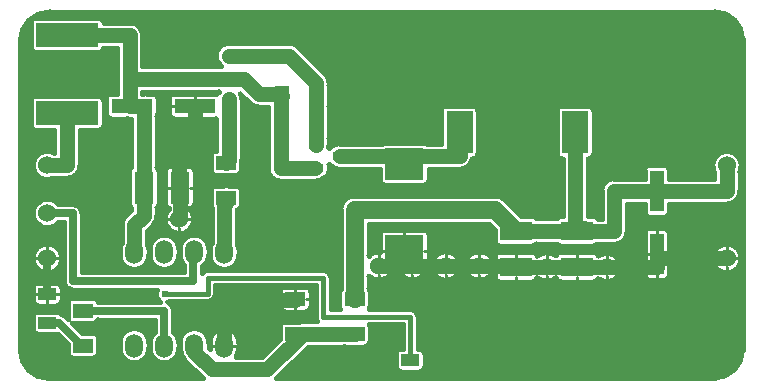
<source format=gtl>
G04 Layer: TopLayer*
G04 EasyEDA Pro v2.2.45.4, 2025-12-20 17:50:56*
G04 Gerber Generator version 0.3*
G04 Scale: 100 percent, Rotated: No, Reflected: No*
G04 Dimensions in millimeters*
G04 Leading zeros omitted, absolute positions, 4 integers and 5 decimals*
G04 Generated by one-click*
%FSLAX45Y45*%
%MOMM*%
%AMPolygonMacro1*4,1,4,0.762,0.508,0.762,-0.508,-0.762,-0.508,-0.762,0.508,0.762,0.508,0*%
%ADD10C,0.381*%
%ADD11C,0.254*%
%ADD12C,1.524*%
%ADD13PolygonMacro1*%
%ADD14R,1.2X3.49999*%
%ADD15R,2.69999X1.635*%
%ADD16R,3.49999X1.2*%
%ADD17R,1.635X2.69999*%
%ADD18R,1.25001X0.7*%
%ADD19O,1.5201X2.0*%
%ADD20O,1.524X2.0*%
%ADD21R,1.70101X1.20752*%
%ADD22R,1.20752X1.70101*%
%ADD23R,2.2X3.59999*%
%ADD24R,5.29999X2.0*%
%ADD25R,3.29999X2.69999*%
%ADD26C,0.61*%
%ADD27C,1.27*%
%ADD28C,1.4986*%
%ADD29C,0.635*%
G75*


G04 Copper Start*
G36*
G01X-3149912Y-2352666D02*
G01X-3000680Y-2501900D01*
G01X-4311650Y-2501900D01*
G01X-4342317Y-2499890D01*
G01X-4372460Y-2493894D01*
G01X-4401561Y-2484015D01*
G01X-4429125Y-2470423D01*
G01X-4454678Y-2453348D01*
G01X-4477785Y-2433085D01*
G01X-4498048Y-2409978D01*
G01X-4515123Y-2384425D01*
G01X-4528715Y-2356861D01*
G01X-4538594Y-2327760D01*
G01X-4544590Y-2297617D01*
G01X-4546600Y-2266950D01*
G01X-4546600Y-1739900D01*
G01X-4438904Y-1739900D01*
G01X-4438904Y-1841500D01*
G01X-4437381Y-1853070D01*
G01X-4432915Y-1863852D01*
G01X-4425811Y-1873111D01*
G01X-4416552Y-1880215D01*
G01X-4405770Y-1884681D01*
G01X-4394200Y-1886204D01*
G01X-4241800Y-1886204D01*
G01X-4241800Y-1886204D01*
G01X-4230230Y-1884681D01*
G01X-4219448Y-1880215D01*
G01X-4210189Y-1873111D01*
G01X-4203085Y-1863852D01*
G01X-4198619Y-1853070D01*
G01X-4197096Y-1841500D01*
G01X-4197096Y-1739900D01*
G01X-4198619Y-1728330D01*
G01X-4203085Y-1717548D01*
G01X-4210189Y-1708289D01*
G01X-4219448Y-1701185D01*
G01X-4230230Y-1696719D01*
G01X-4241800Y-1695196D01*
G01X-4394200Y-1695196D01*
G01X-4405770Y-1696719D01*
G01X-4416552Y-1701185D01*
G01X-4425811Y-1708289D01*
G01X-4432915Y-1717548D01*
G01X-4437381Y-1728330D01*
G01X-4438904Y-1739900D01*
G01X-4546600Y-1739900D01*
G01X-4546600Y-1485900D01*
G01X-4438904Y-1485900D01*
G01X-4437067Y-1506895D01*
G01X-4431613Y-1527252D01*
G01X-4422706Y-1546352D01*
G01X-4410618Y-1563616D01*
G01X-4395716Y-1578518D01*
G01X-4378452Y-1590606D01*
G01X-4359352Y-1599513D01*
G01X-4338995Y-1604967D01*
G01X-4318000Y-1606804D01*
G01X-4297005Y-1604967D01*
G01X-4276648Y-1599513D01*
G01X-4257548Y-1590606D01*
G01X-4240284Y-1578518D01*
G01X-4225382Y-1563616D01*
G01X-4213294Y-1546352D01*
G01X-4204387Y-1527252D01*
G01X-4198933Y-1506895D01*
G01X-4197096Y-1485900D01*
G01X-4198933Y-1464905D01*
G01X-4204387Y-1444548D01*
G01X-4213294Y-1425448D01*
G01X-4225382Y-1408184D01*
G01X-4240284Y-1393282D01*
G01X-4257548Y-1381194D01*
G01X-4276648Y-1372287D01*
G01X-4297005Y-1366833D01*
G01X-4318000Y-1364996D01*
G01X-4338995Y-1366833D01*
G01X-4359352Y-1372287D01*
G01X-4378452Y-1381194D01*
G01X-4395716Y-1393282D01*
G01X-4410618Y-1408184D01*
G01X-4422706Y-1425448D01*
G01X-4431613Y-1444548D01*
G01X-4437067Y-1464905D01*
G01X-4438904Y-1485900D01*
G01X-4438904Y-1485900D01*
G01X-4546600Y-1485900D01*
G01X-4546600Y-157005D01*
G01X-4460417Y-157005D01*
G01X-4460417Y-357005D01*
G01X-4458893Y-368575D01*
G01X-4454427Y-379357D01*
G01X-4447323Y-388615D01*
G01X-4438065Y-395719D01*
G01X-4427283Y-400185D01*
G01X-4415713Y-401709D01*
G01X-4258917Y-401709D01*
G01X-4258917Y-590296D01*
G01X-4264059Y-590296D01*
G01X-4264059Y-590296D01*
G01X-4283077Y-582749D01*
G01X-4303096Y-578518D01*
G01X-4323542Y-577723D01*
G01X-4343829Y-580387D01*
G01X-4363376Y-586434D01*
G01X-4381624Y-595691D01*
G01X-4398050Y-607892D01*
G01X-4412182Y-622688D01*
G01X-4423618Y-639655D01*
G01X-4432028Y-658308D01*
G01X-4437173Y-678112D01*
G01X-4438904Y-698500D01*
G01X-4437173Y-718888D01*
G01X-4432028Y-738692D01*
G01X-4423618Y-757345D01*
G01X-4412182Y-774312D01*
G01X-4398050Y-789108D01*
G01X-4381624Y-801309D01*
G01X-4363376Y-810566D01*
G01X-4343829Y-816613D01*
G01X-4323542Y-819277D01*
G01X-4303096Y-818482D01*
G01X-4283077Y-814251D01*
G01X-4264059Y-806704D01*
G01X-4150713Y-806704D01*
G01X-4131924Y-805060D01*
G01X-4113705Y-800179D01*
G01X-4096611Y-792207D01*
G01X-4081161Y-781389D01*
G01X-4067824Y-768052D01*
G01X-4057006Y-752602D01*
G01X-4049035Y-735508D01*
G01X-4044153Y-717289D01*
G01X-4042509Y-698500D01*
G01X-4042509Y-401709D01*
G01X-3885714Y-401709D01*
G01X-3874143Y-400185D01*
G01X-3863362Y-395719D01*
G01X-3854103Y-388615D01*
G01X-3846999Y-379357D01*
G01X-3842533Y-368575D01*
G01X-3841010Y-357005D01*
G01X-3841010Y-157005D01*
G01X-3842533Y-145435D01*
G01X-3846999Y-134653D01*
G01X-3854103Y-125395D01*
G01X-3863362Y-118290D01*
G01X-3874143Y-113824D01*
G01X-3885714Y-112301D01*
G01X-4415713Y-112301D01*
G01X-4427283Y-113824D01*
G01X-4438065Y-118290D01*
G01X-4447323Y-125395D01*
G01X-4454427Y-134653D01*
G01X-4458893Y-145435D01*
G01X-4460417Y-157005D01*
G01X-4546600Y-157005D01*
G01X-4546600Y361950D01*
G01X-4544590Y392617D01*
G01X-4538594Y422760D01*
G01X-4528715Y451861D01*
G01X-4515123Y479425D01*
G01X-4499378Y502989D01*
G01X-4460417Y502989D01*
G01X-4460417Y302989D01*
G01X-4458893Y291419D01*
G01X-4454427Y280637D01*
G01X-4447323Y271378D01*
G01X-4438065Y264274D01*
G01X-4427283Y259808D01*
G01X-4415713Y258285D01*
G01X-3885714Y258285D01*
G01X-3873478Y259992D01*
G01X-3862176Y264983D01*
G01X-3852673Y272877D01*
G01X-3845693Y283070D01*
G01X-3841769Y294785D01*
G01X-3730336Y294785D01*
G01X-3730336Y-92832D01*
G01X-3776800Y-92832D01*
G01X-3788370Y-94355D01*
G01X-3799152Y-98821D01*
G01X-3808410Y-105925D01*
G01X-3815514Y-115184D01*
G01X-3819980Y-125966D01*
G01X-3821504Y-137536D01*
G01X-3821504Y-257536D01*
G01X-3819980Y-269106D01*
G01X-3815514Y-279888D01*
G01X-3808410Y-289146D01*
G01X-3799152Y-296250D01*
G01X-3788370Y-300716D01*
G01X-3776800Y-302240D01*
G01X-3646798Y-302240D01*
G01X-3633261Y-304861D01*
G01X-3619500Y-305740D01*
G01X-3607664Y-305740D01*
G01X-3607664Y-714166D01*
G01X-3615310Y-721296D01*
G01X-3621091Y-730006D01*
G01X-3624691Y-739821D01*
G01X-3625913Y-750203D01*
G01X-3625913Y-1020202D01*
G01X-3624691Y-1030585D01*
G01X-3621091Y-1040400D01*
G01X-3615310Y-1049110D01*
G01X-3607664Y-1056239D01*
G01X-3607664Y-1079740D01*
G01X-3607664Y-1079740D01*
G01X-3657912Y-1129988D01*
G01X-3668939Y-1142899D01*
G01X-3677810Y-1157376D01*
G01X-3684308Y-1173063D01*
G01X-3688272Y-1189573D01*
G01X-3689604Y-1206500D01*
G01X-3689604Y-1356063D01*
G01X-3696603Y-1373317D01*
G01X-3700870Y-1391441D01*
G01X-3702304Y-1410005D01*
G01X-3702304Y-1457604D01*
G01X-3700467Y-1478599D01*
G01X-3695013Y-1498956D01*
G01X-3686106Y-1518056D01*
G01X-3674018Y-1535320D01*
G01X-3659116Y-1550222D01*
G01X-3641852Y-1562310D01*
G01X-3622752Y-1571217D01*
G01X-3602395Y-1576672D01*
G01X-3581400Y-1578508D01*
G01X-3560405Y-1576672D01*
G01X-3540048Y-1571217D01*
G01X-3520948Y-1562310D01*
G01X-3503684Y-1550222D01*
G01X-3488782Y-1535320D01*
G01X-3476694Y-1518056D01*
G01X-3467787Y-1498956D01*
G01X-3462333Y-1478599D01*
G01X-3460496Y-1457604D01*
G01X-3460496Y-1410005D01*
G01X-3448304Y-1410005D01*
G01X-3448304Y-1457604D01*
G01X-3446467Y-1478599D01*
G01X-3441013Y-1498956D01*
G01X-3432106Y-1518056D01*
G01X-3420018Y-1535320D01*
G01X-3405116Y-1550222D01*
G01X-3387852Y-1562310D01*
G01X-3368752Y-1571217D01*
G01X-3348395Y-1576672D01*
G01X-3327400Y-1578508D01*
G01X-3306405Y-1576672D01*
G01X-3286048Y-1571217D01*
G01X-3266948Y-1562310D01*
G01X-3249684Y-1550222D01*
G01X-3234782Y-1535320D01*
G01X-3222694Y-1518056D01*
G01X-3213787Y-1498956D01*
G01X-3208333Y-1478599D01*
G01X-3206496Y-1457604D01*
G01X-3206496Y-1410005D01*
G01X-3208333Y-1389010D01*
G01X-3213787Y-1368653D01*
G01X-3222694Y-1349553D01*
G01X-3234782Y-1332289D01*
G01X-3249684Y-1317387D01*
G01X-3266948Y-1305299D01*
G01X-3286048Y-1296392D01*
G01X-3306405Y-1290938D01*
G01X-3327400Y-1289101D01*
G01X-3348395Y-1290938D01*
G01X-3368752Y-1296392D01*
G01X-3387852Y-1305299D01*
G01X-3405116Y-1317387D01*
G01X-3420018Y-1332289D01*
G01X-3432106Y-1349553D01*
G01X-3441013Y-1368653D01*
G01X-3446467Y-1389010D01*
G01X-3448304Y-1410005D01*
G01X-3448304Y-1410005D01*
G01X-3460496Y-1410005D01*
G01X-3461930Y-1391441D01*
G01X-3466197Y-1373317D01*
G01X-3473196Y-1356063D01*
G01X-3473196Y-1251320D01*
G01X-3422948Y-1201071D01*
G01X-3411921Y-1188160D01*
G01X-3403049Y-1173683D01*
G01X-3396551Y-1157996D01*
G01X-3392588Y-1141486D01*
G01X-3391256Y-1124560D01*
G01X-3391256Y-1056239D01*
G01X-3383610Y-1049110D01*
G01X-3377828Y-1040400D01*
G01X-3374228Y-1030585D01*
G01X-3373006Y-1020202D01*
G01X-3373006Y-750203D01*
G01X-3322434Y-750203D01*
G01X-3322434Y-1020202D01*
G01X-3321014Y-1031380D01*
G01X-3316844Y-1041848D01*
G01X-3310190Y-1050941D01*
G01X-3301473Y-1058080D01*
G01X-3291248Y-1062814D01*
G01X-3280164Y-1064840D01*
G01X-3294607Y-1079918D01*
G01X-3306240Y-1097256D01*
G01X-3314717Y-1116337D01*
G01X-3319785Y-1136592D01*
G01X-3321292Y-1157417D01*
G01X-3319194Y-1178191D01*
G01X-3313553Y-1198294D01*
G01X-3304537Y-1217126D01*
G01X-3292416Y-1234127D01*
G01X-3277551Y-1248789D01*
G01X-3260385Y-1260674D01*
G01X-3241430Y-1269429D01*
G01X-3221251Y-1274792D01*
G01X-3200450Y-1276604D01*
G01X-3200450Y-1276604D01*
G01X-3179648Y-1274810D01*
G01X-3159465Y-1269463D01*
G01X-3140503Y-1260724D01*
G01X-3123326Y-1248853D01*
G01X-3108449Y-1234203D01*
G01X-3096314Y-1217213D01*
G01X-3087283Y-1198388D01*
G01X-3081625Y-1178290D01*
G01X-3079510Y-1157518D01*
G01X-3081000Y-1136692D01*
G01X-3086050Y-1116432D01*
G01X-3094511Y-1097344D01*
G01X-3106130Y-1079997D01*
G01X-3120561Y-1064906D01*
G01X-3114230Y-1064906D01*
G01X-3102660Y-1063383D01*
G01X-3091878Y-1058917D01*
G01X-3082620Y-1051813D01*
G01X-3075516Y-1042554D01*
G01X-3071050Y-1031773D01*
G01X-3069526Y-1020202D01*
G01X-3069526Y-750203D01*
G01X-3071050Y-738633D01*
G01X-3075516Y-727851D01*
G01X-3082620Y-718592D01*
G01X-3091878Y-711488D01*
G01X-3102660Y-707022D01*
G01X-3114230Y-705499D01*
G01X-3277730Y-705499D01*
G01X-3289301Y-707022D01*
G01X-3300082Y-711488D01*
G01X-3309341Y-718592D01*
G01X-3316445Y-727851D01*
G01X-3320911Y-738633D01*
G01X-3322434Y-750203D01*
G01X-3373006Y-750203D01*
G01X-3374228Y-739821D01*
G01X-3377828Y-730006D01*
G01X-3383610Y-721296D01*
G01X-3391256Y-714166D01*
G01X-3391256Y-284647D01*
G01X-3386248Y-276350D01*
G01X-3383147Y-267169D01*
G01X-3382096Y-257536D01*
G01X-3382096Y-137536D01*
G01X-3383620Y-125966D01*
G01X-3388086Y-115184D01*
G01X-3395190Y-105925D01*
G01X-3404448Y-98821D01*
G01X-3415230Y-94355D01*
G01X-3426800Y-92832D01*
G01X-3472161Y-92832D01*
G01X-3492032Y-89587D01*
G01X-3512160Y-90080D01*
G01X-3513928Y-89885D01*
G01X-3513928Y-73920D01*
G01X-2867213Y-73920D01*
G01X-2874064Y-83997D01*
G01X-2879739Y-94780D01*
G01X-2892791Y-92832D01*
G01X-3242790Y-92832D01*
G01X-3254360Y-94355D01*
G01X-3265142Y-98821D01*
G01X-3274401Y-105925D01*
G01X-3281505Y-115184D01*
G01X-3285971Y-125966D01*
G01X-3287494Y-137536D01*
G01X-3287494Y-257536D01*
G01X-3285971Y-269106D01*
G01X-3281505Y-279888D01*
G01X-3274401Y-289146D01*
G01X-3265142Y-296250D01*
G01X-3254360Y-300716D01*
G01X-3242790Y-302240D01*
G01X-2892791Y-302240D01*
G01X-2889504Y-302119D01*
G01X-2889504Y-572541D01*
G01X-2891751Y-572541D01*
G01X-2903321Y-574065D01*
G01X-2914103Y-578531D01*
G01X-2923361Y-585635D01*
G01X-2930465Y-594893D01*
G01X-2934931Y-605675D01*
G01X-2936455Y-617245D01*
G01X-2936455Y-737997D01*
G01X-2934931Y-749567D01*
G01X-2930465Y-760349D01*
G01X-2923361Y-769608D01*
G01X-2914103Y-776712D01*
G01X-2903321Y-781178D01*
G01X-2891751Y-782701D01*
G01X-2832514Y-782701D01*
G01X-2815379Y-785477D01*
G01X-2798021Y-785477D01*
G01X-2780886Y-782701D01*
G01X-2721649Y-782701D01*
G01X-2710079Y-781178D01*
G01X-2699297Y-776712D01*
G01X-2690039Y-769608D01*
G01X-2682935Y-760349D01*
G01X-2678469Y-749567D01*
G01X-2676945Y-737997D01*
G01X-2676945Y-680826D01*
G01X-2674063Y-666652D01*
G01X-2673096Y-652221D01*
G01X-2673096Y-139700D01*
G01X-2674389Y-123019D01*
G01X-2678239Y-106738D01*
G01X-2684552Y-91244D01*
G01X-2606569Y-169228D01*
G01X-2593657Y-180255D01*
G01X-2579180Y-189127D01*
G01X-2563493Y-195624D01*
G01X-2546983Y-199588D01*
G01X-2530056Y-200920D01*
G01X-2449772Y-200920D01*
G01X-2449772Y-723977D01*
G01X-2448128Y-742767D01*
G01X-2443246Y-760986D01*
G01X-2435274Y-778081D01*
G01X-2424455Y-793531D01*
G01X-2411118Y-806868D01*
G01X-2395667Y-817687D01*
G01X-2378572Y-825657D01*
G01X-2360352Y-830538D01*
G01X-2341562Y-832181D01*
G01X-2049762Y-832167D01*
G01X-2031439Y-830604D01*
G01X-2013645Y-825960D01*
G01X-1996895Y-818370D01*
G01X-1981672Y-808053D01*
G01X-1968415Y-795308D01*
G01X-1957808Y-790754D01*
G01X-1948720Y-783635D01*
G01X-1941758Y-774427D01*
G01X-1937386Y-763743D01*
G01X-1935895Y-752296D01*
G01X-1935895Y-690174D01*
G01X-1927629Y-696200D01*
G01X-1918210Y-700189D01*
G01X-1901984Y-713079D01*
G01X-1883598Y-722639D01*
G01X-1863728Y-728520D01*
G01X-1843100Y-730504D01*
G01X-1505104Y-730504D01*
G01X-1505104Y-820470D01*
G01X-1503580Y-832040D01*
G01X-1499114Y-842822D01*
G01X-1492010Y-852080D01*
G01X-1482752Y-859184D01*
G01X-1471970Y-863650D01*
G01X-1460400Y-865174D01*
G01X-1130400Y-865174D01*
G01X-1118830Y-863650D01*
G01X-1108048Y-859184D01*
G01X-1098790Y-852080D01*
G01X-1091686Y-842822D01*
G01X-1087220Y-832040D01*
G01X-1085696Y-820470D01*
G01X-1085696Y-730504D01*
G01X-828631Y-730504D01*
G01X-810094Y-728904D01*
G01X-792106Y-724153D01*
G01X-775197Y-716390D01*
G01X-759869Y-705846D01*
G01X-746573Y-692831D01*
G01X-735703Y-677732D01*
G01X-727581Y-660993D01*
G01X-722447Y-643110D01*
G01X-718631Y-643110D01*
G01X-707061Y-641587D01*
G01X-696279Y-637121D01*
G01X-687020Y-630017D01*
G01X-679916Y-620758D01*
G01X-675450Y-609976D01*
G01X-673927Y-598406D01*
G01X-673927Y-238407D01*
G01X-675450Y-226837D01*
G01X-679916Y-216055D01*
G01X-687020Y-206796D01*
G01X-696279Y-199692D01*
G01X-707061Y-195226D01*
G01X-718631Y-193703D01*
G01X-938630Y-193703D01*
G01X-950201Y-195226D01*
G01X-960982Y-199692D01*
G01X-970241Y-206796D01*
G01X-977345Y-216055D01*
G01X-981811Y-226837D01*
G01X-983334Y-238407D01*
G01X-983334Y-514096D01*
G01X-1104412Y-514096D01*
G01X-1112434Y-509535D01*
G01X-1121222Y-506718D01*
G01X-1130400Y-505766D01*
G01X-1460400Y-505766D01*
G01X-1469578Y-506718D01*
G01X-1478366Y-509535D01*
G01X-1486388Y-514096D01*
G01X-1843100Y-514096D01*
G01X-1863728Y-516080D01*
G01X-1883598Y-521961D01*
G01X-1901984Y-531521D01*
G01X-1918210Y-544411D01*
G01X-1927629Y-548400D01*
G01X-1935895Y-554426D01*
G01X-1935895Y-541977D01*
G01X-1934896Y-527304D01*
G01X-1934896Y-475421D01*
G01X-1934644Y-468048D01*
G01X-1934644Y-204639D01*
G01X-1934009Y-197131D01*
G01X-1934009Y-27029D01*
G01X-1934644Y-19521D01*
G01X-1934644Y2220D01*
G01X-1935977Y19147D01*
G01X-1939940Y35657D01*
G01X-1946438Y51344D01*
G01X-1955309Y65821D01*
G01X-1966337Y78732D01*
G01X-2192717Y305112D01*
G01X-2205628Y316139D01*
G01X-2220105Y325010D01*
G01X-2235792Y331508D01*
G01X-2252302Y335472D01*
G01X-2269228Y336804D01*
G01X-2781300Y336804D01*
G01X-2801908Y334823D01*
G01X-2821762Y328954D01*
G01X-2840135Y319411D01*
G01X-2856353Y306543D01*
G01X-2869824Y290822D01*
G01X-2880055Y272822D01*
G01X-2886670Y253204D01*
G01X-2889427Y232685D01*
G01X-2888226Y212017D01*
G01X-2883110Y191956D01*
G01X-2874267Y173236D01*
G01X-2862021Y156543D01*
G01X-2846820Y142488D01*
G01X-3513928Y142488D01*
G01X-3513927Y402989D01*
G01X-3515571Y421778D01*
G01X-3520453Y439997D01*
G01X-3528424Y457091D01*
G01X-3539242Y472541D01*
G01X-3552579Y485878D01*
G01X-3568029Y496696D01*
G01X-3585123Y504667D01*
G01X-3603342Y509549D01*
G01X-3622131Y511193D01*
G01X-3841769Y511193D01*
G01X-3845693Y522907D01*
G01X-3852673Y533101D01*
G01X-3862176Y540995D01*
G01X-3873478Y545985D01*
G01X-3885714Y547693D01*
G01X-4415713Y547693D01*
G01X-4427283Y546169D01*
G01X-4438065Y541703D01*
G01X-4447323Y534599D01*
G01X-4454427Y525341D01*
G01X-4458893Y514559D01*
G01X-4460417Y502989D01*
G01X-4499378Y502989D01*
G01X-4498048Y504978D01*
G01X-4477785Y528085D01*
G01X-4454678Y548348D01*
G01X-4429125Y565423D01*
G01X-4401561Y579015D01*
G01X-4372460Y588894D01*
G01X-4342317Y594890D01*
G01X-4311650Y596900D01*
G01X1314450Y596900D01*
G01X1345117Y594890D01*
G01X1375260Y588894D01*
G01X1404361Y579015D01*
G01X1431925Y565423D01*
G01X1457478Y548348D01*
G01X1480585Y528085D01*
G01X1500848Y504978D01*
G01X1517923Y479425D01*
G01X1531515Y451861D01*
G01X1541394Y422760D01*
G01X1547390Y392617D01*
G01X1549400Y361950D01*
G01X1549400Y-659088D01*
G01X1540392Y-639075D01*
G01X1527914Y-621019D01*
G01X1512378Y-605517D01*
G01X1494296Y-593079D01*
G01X1474262Y-584114D01*
G01X1452938Y-578919D01*
G01X1431027Y-577665D01*
G01X1409250Y-580392D01*
G01X1388324Y-587011D01*
G01X1368940Y-597304D01*
G01X1351736Y-610932D01*
G01X1337279Y-627445D01*
G01X1326045Y-646300D01*
G01X1318405Y-666875D01*
G01X1314611Y-688491D01*
G01X1314787Y-710438D01*
G01X1318927Y-731992D01*
G01X1326896Y-752441D01*
G01X1326896Y-808921D01*
G01X946868Y-808921D01*
G01X946868Y-742126D01*
G01X945344Y-730556D01*
G01X940878Y-719774D01*
G01X933774Y-710515D01*
G01X924516Y-703411D01*
G01X913734Y-698945D01*
G01X902164Y-697422D01*
G01X782164Y-697422D01*
G01X770594Y-698945D01*
G01X759812Y-703411D01*
G01X750553Y-710515D01*
G01X743449Y-719774D01*
G01X738983Y-730556D01*
G01X737460Y-742126D01*
G01X737460Y-808921D01*
G01X482600Y-808921D01*
G01X463811Y-810565D01*
G01X445592Y-815447D01*
G01X428498Y-823418D01*
G01X413048Y-834236D01*
G01X399711Y-847573D01*
G01X388893Y-863023D01*
G01X380921Y-880117D01*
G01X376040Y-898336D01*
G01X374396Y-917125D01*
G01X374396Y-1149096D01*
G01X340623Y-1149096D01*
G01X333494Y-1140152D01*
G01X324330Y-1133310D01*
G01X313730Y-1129017D01*
G01X302387Y-1127554D01*
G01X259571Y-1127554D01*
G01X259571Y-643110D01*
G01X261367Y-643110D01*
G01X272938Y-641587D01*
G01X283719Y-637121D01*
G01X292978Y-630017D01*
G01X300082Y-620758D01*
G01X304548Y-609976D01*
G01X306071Y-598406D01*
G01X306071Y-238407D01*
G01X304548Y-226837D01*
G01X300082Y-216055D01*
G01X292978Y-206796D01*
G01X283719Y-199692D01*
G01X272938Y-195226D01*
G01X261367Y-193703D01*
G01X41368Y-193703D01*
G01X29797Y-195226D01*
G01X19016Y-199692D01*
G01X9757Y-206796D01*
G01X2653Y-216055D01*
G01X-1813Y-226837D01*
G01X-3336Y-238407D01*
G01X-3336Y-598406D01*
G01X-1813Y-609976D01*
G01X2653Y-620758D01*
G01X9757Y-630017D01*
G01X19016Y-637121D01*
G01X29797Y-641587D01*
G01X41368Y-643110D01*
G01X43163Y-643110D01*
G01X43163Y-1127554D01*
G01X32388Y-1127554D01*
G01X22005Y-1128777D01*
G01X12190Y-1132377D01*
G01X3480Y-1138158D01*
G01X-3649Y-1145804D01*
G01X-179635Y-1145804D01*
G01X-186764Y-1138158D01*
G01X-195474Y-1132377D01*
G01X-205289Y-1128777D01*
G01X-215671Y-1127554D01*
G01X-307936Y-1127554D01*
G01X-443877Y-991614D01*
G01X-458152Y-979422D01*
G01X-474159Y-969613D01*
G01X-491502Y-962429D01*
G01X-509756Y-958047D01*
G01X-528471Y-956574D01*
G01X-1716518Y-956574D01*
G01X-1737292Y-958392D01*
G01X-1757435Y-963789D01*
G01X-1776335Y-972602D01*
G01X-1793417Y-984563D01*
G01X-1808163Y-999309D01*
G01X-1820124Y-1016391D01*
G01X-1828937Y-1035291D01*
G01X-1834335Y-1055434D01*
G01X-1836152Y-1076208D01*
G01X-1836152Y-1742924D01*
G01X-1841675Y-1751504D01*
G01X-1845108Y-1761114D01*
G01X-1846273Y-1771251D01*
G01X-1846273Y-1892003D01*
G01X-1845365Y-1900964D01*
G01X-1842680Y-1909561D01*
G01X-1838326Y-1917446D01*
G01X-1917446Y-1917446D01*
G01X-1917446Y-1651000D01*
G01X-1919044Y-1636813D01*
G01X-1923760Y-1623338D01*
G01X-1931355Y-1611250D01*
G01X-1941450Y-1601155D01*
G01X-1953538Y-1593560D01*
G01X-1967013Y-1588844D01*
G01X-1981200Y-1587246D01*
G01X-2959100Y-1587246D01*
G01X-2973564Y-1588908D01*
G01X-2987273Y-1593809D01*
G01X-2999513Y-1601691D01*
G01X-3009646Y-1612145D01*
G01X-3009646Y-1560333D01*
G01X-2993255Y-1548128D01*
G01X-2979154Y-1533337D01*
G01X-2967745Y-1516382D01*
G01X-2959355Y-1497748D01*
G01X-2954223Y-1477967D01*
G01X-2952496Y-1457604D01*
G01X-2952496Y-1410005D01*
G01X-2940304Y-1410005D01*
G01X-2940304Y-1457604D01*
G01X-2938467Y-1478599D01*
G01X-2933013Y-1498956D01*
G01X-2924106Y-1518056D01*
G01X-2912018Y-1535320D01*
G01X-2897116Y-1550222D01*
G01X-2879852Y-1562310D01*
G01X-2860752Y-1571217D01*
G01X-2840395Y-1576672D01*
G01X-2819400Y-1578508D01*
G01X-2798405Y-1576672D01*
G01X-2778048Y-1571217D01*
G01X-2758948Y-1562310D01*
G01X-2741684Y-1550222D01*
G01X-2726782Y-1535320D01*
G01X-2714694Y-1518056D01*
G01X-2705787Y-1498956D01*
G01X-2700333Y-1478599D01*
G01X-2698496Y-1457604D01*
G01X-2698496Y-1410005D01*
G01X-2699930Y-1391441D01*
G01X-2704197Y-1373317D01*
G01X-2711196Y-1356063D01*
G01X-2711196Y-1077219D01*
G01X-2700100Y-1072922D01*
G01X-2690532Y-1065850D01*
G01X-2683167Y-1056505D01*
G01X-2678529Y-1045547D01*
G01X-2676945Y-1033755D01*
G01X-2676945Y-913003D01*
G01X-2678469Y-901433D01*
G01X-2682935Y-890651D01*
G01X-2690039Y-881392D01*
G01X-2699297Y-874288D01*
G01X-2710079Y-869822D01*
G01X-2721649Y-868299D01*
G01X-2780886Y-868299D01*
G01X-2798021Y-865523D01*
G01X-2815379Y-865523D01*
G01X-2832514Y-868299D01*
G01X-2891751Y-868299D01*
G01X-2903321Y-869822D01*
G01X-2914103Y-874288D01*
G01X-2923361Y-881392D01*
G01X-2930465Y-890651D01*
G01X-2934931Y-901433D01*
G01X-2936455Y-913003D01*
G01X-2936455Y-1033755D01*
G01X-2935441Y-1043221D01*
G01X-2932445Y-1052258D01*
G01X-2927604Y-1060456D01*
G01X-2927604Y-1356063D01*
G01X-2927604Y-1356063D01*
G01X-2934603Y-1373317D01*
G01X-2938870Y-1391441D01*
G01X-2940304Y-1410005D01*
G01X-2952496Y-1410005D01*
G01X-2954333Y-1389010D01*
G01X-2959787Y-1368653D01*
G01X-2968694Y-1349553D01*
G01X-2980782Y-1332289D01*
G01X-2995684Y-1317387D01*
G01X-3012948Y-1305299D01*
G01X-3032048Y-1296392D01*
G01X-3052405Y-1290938D01*
G01X-3073400Y-1289101D01*
G01X-3094395Y-1290938D01*
G01X-3114752Y-1296392D01*
G01X-3133852Y-1305299D01*
G01X-3151116Y-1317387D01*
G01X-3166018Y-1332289D01*
G01X-3178106Y-1349553D01*
G01X-3187013Y-1368653D01*
G01X-3192467Y-1389010D01*
G01X-3194304Y-1410005D01*
G01X-3194304Y-1457604D01*
G01X-3192977Y-1475471D01*
G01X-3189024Y-1492945D01*
G01X-3182532Y-1509644D01*
G01X-3173643Y-1525199D01*
G01X-3162554Y-1539270D01*
G01X-3162554Y-1599946D01*
G01X-4025646Y-1599946D01*
G01X-4025646Y-1104900D01*
G01X-4027563Y-1087887D01*
G01X-4033217Y-1071728D01*
G01X-4042326Y-1057232D01*
G01X-4054432Y-1045126D01*
G01X-4068928Y-1036017D01*
G01X-4085087Y-1030363D01*
G01X-4102100Y-1028446D01*
G01X-4224338Y-1028446D01*
G01X-4239126Y-1013267D01*
G01X-4256336Y-1000903D01*
G01X-4275442Y-991734D01*
G01X-4295854Y-986041D01*
G01X-4316947Y-984001D01*
G01X-4338073Y-985674D01*
G01X-4358581Y-991010D01*
G01X-4377843Y-999845D01*
G01X-4395267Y-1011907D01*
G01X-4410316Y-1026827D01*
G01X-4422530Y-1044144D01*
G01X-4431532Y-1063329D01*
G01X-4437047Y-1083790D01*
G01X-4438904Y-1104900D01*
G01X-4437047Y-1126010D01*
G01X-4431532Y-1146471D01*
G01X-4422530Y-1165656D01*
G01X-4410316Y-1182973D01*
G01X-4395267Y-1197893D01*
G01X-4377843Y-1209955D01*
G01X-4358581Y-1218790D01*
G01X-4338073Y-1224126D01*
G01X-4316947Y-1225799D01*
G01X-4295854Y-1223759D01*
G01X-4275442Y-1218066D01*
G01X-4256336Y-1208897D01*
G01X-4239126Y-1196533D01*
G01X-4224338Y-1181354D01*
G01X-4178554Y-1181354D01*
G01X-4178554Y-1676400D01*
G01X-4176637Y-1693413D01*
G01X-4170983Y-1709572D01*
G01X-4161874Y-1724068D01*
G01X-4149768Y-1736174D01*
G01X-4135272Y-1745283D01*
G01X-4119113Y-1750937D01*
G01X-4102100Y-1752854D01*
G01X-3393549Y-1752854D01*
G01X-3399120Y-1768144D01*
G01X-3401272Y-1784275D01*
G01X-3399903Y-1800491D01*
G01X-3395078Y-1816033D01*
G01X-3387023Y-1830173D01*
G01X-3376114Y-1842249D01*
G01X-3362862Y-1851696D01*
G01X-3889005Y-1851696D01*
G01X-3895639Y-1840061D01*
G01X-3905422Y-1830915D01*
G01X-3917475Y-1825076D01*
G01X-3930717Y-1823070D01*
G01X-4100819Y-1823070D01*
G01X-4112389Y-1824593D01*
G01X-4123171Y-1829059D01*
G01X-4132429Y-1836163D01*
G01X-4139533Y-1845422D01*
G01X-4143999Y-1856204D01*
G01X-4145523Y-1867774D01*
G01X-4145523Y-1988525D01*
G01X-4144410Y-1998435D01*
G01X-4164907Y-1977939D01*
G01X-4176541Y-1968398D01*
G01X-4189819Y-1961321D01*
G01X-4204225Y-1956981D01*
G01X-4211371Y-1948451D01*
G01X-4220402Y-1941950D01*
G01X-4230759Y-1937881D01*
G01X-4241800Y-1936496D01*
G01X-4394200Y-1936496D01*
G01X-4405770Y-1938019D01*
G01X-4416552Y-1942485D01*
G01X-4425811Y-1949589D01*
G01X-4432915Y-1958848D01*
G01X-4437381Y-1969630D01*
G01X-4438904Y-1981200D01*
G01X-4438904Y-2082800D01*
G01X-4437381Y-2094370D01*
G01X-4432915Y-2105152D01*
G01X-4425811Y-2114411D01*
G01X-4416552Y-2121515D01*
G01X-4405770Y-2125981D01*
G01X-4394200Y-2127504D01*
G01X-4241800Y-2127504D01*
G01X-4232553Y-2126537D01*
G01X-4145523Y-2213568D01*
G01X-4145523Y-2284283D01*
G01X-4143999Y-2295853D01*
G01X-4139533Y-2306635D01*
G01X-4132429Y-2315893D01*
G01X-4123171Y-2322998D01*
G01X-4112389Y-2327464D01*
G01X-4100819Y-2328987D01*
G01X-3930717Y-2328987D01*
G01X-3919147Y-2327464D01*
G01X-3908365Y-2322998D01*
G01X-3899107Y-2315893D01*
G01X-3892003Y-2306635D01*
G01X-3887537Y-2295853D01*
G01X-3886013Y-2284283D01*
G01X-3886013Y-2199996D01*
G01X-3702304Y-2199996D01*
G01X-3702304Y-2247595D01*
G01X-3700467Y-2268590D01*
G01X-3695013Y-2288947D01*
G01X-3686106Y-2308047D01*
G01X-3674018Y-2325311D01*
G01X-3659116Y-2340213D01*
G01X-3641852Y-2352301D01*
G01X-3622752Y-2361208D01*
G01X-3602395Y-2366662D01*
G01X-3581400Y-2368499D01*
G01X-3560405Y-2366662D01*
G01X-3540048Y-2361208D01*
G01X-3520948Y-2352301D01*
G01X-3503684Y-2340213D01*
G01X-3488782Y-2325311D01*
G01X-3476694Y-2308047D01*
G01X-3467787Y-2288947D01*
G01X-3462333Y-2268590D01*
G01X-3460496Y-2247595D01*
G01X-3460496Y-2199996D01*
G01X-3462333Y-2179001D01*
G01X-3467787Y-2158644D01*
G01X-3476694Y-2139544D01*
G01X-3488782Y-2122280D01*
G01X-3503684Y-2107378D01*
G01X-3520948Y-2095290D01*
G01X-3540048Y-2086383D01*
G01X-3560405Y-2080928D01*
G01X-3581400Y-2079092D01*
G01X-3602395Y-2080928D01*
G01X-3622752Y-2086383D01*
G01X-3641852Y-2095290D01*
G01X-3659116Y-2107378D01*
G01X-3674018Y-2122280D01*
G01X-3686106Y-2139544D01*
G01X-3695013Y-2158644D01*
G01X-3700467Y-2179001D01*
G01X-3702304Y-2199996D01*
G01X-3702304Y-2199996D01*
G01X-3886013Y-2199996D01*
G01X-3886013Y-2163531D01*
G01X-3887537Y-2151961D01*
G01X-3892003Y-2141179D01*
G01X-3899107Y-2131921D01*
G01X-3908365Y-2124817D01*
G01X-3919147Y-2120351D01*
G01X-3930717Y-2118827D01*
G01X-4024018Y-2118827D01*
G01X-4110729Y-2032117D01*
G01X-4100819Y-2033229D01*
G01X-3930717Y-2033229D01*
G01X-3917475Y-2031223D01*
G01X-3905422Y-2025385D01*
G01X-3895639Y-2016238D01*
G01X-3889005Y-2004604D01*
G01X-3403854Y-2004604D01*
G01X-3403854Y-2106334D01*
G01X-3419170Y-2121281D01*
G01X-3431611Y-2138695D01*
G01X-3440787Y-2158029D01*
G01X-3446410Y-2178678D01*
G01X-3448304Y-2199996D01*
G01X-3448304Y-2247595D01*
G01X-3446467Y-2268590D01*
G01X-3441013Y-2288947D01*
G01X-3432106Y-2308047D01*
G01X-3420018Y-2325311D01*
G01X-3405116Y-2340213D01*
G01X-3387852Y-2352301D01*
G01X-3368752Y-2361208D01*
G01X-3348395Y-2366662D01*
G01X-3327400Y-2368499D01*
G01X-3306405Y-2366662D01*
G01X-3286048Y-2361208D01*
G01X-3266948Y-2352301D01*
G01X-3249684Y-2340213D01*
G01X-3234782Y-2325311D01*
G01X-3222694Y-2308047D01*
G01X-3213787Y-2288947D01*
G01X-3208333Y-2268590D01*
G01X-3206496Y-2247595D01*
G01X-3206496Y-2199996D01*
G01X-3208390Y-2178678D01*
G01X-3214013Y-2158029D01*
G01X-3223189Y-2138695D01*
G01X-3235630Y-2121281D01*
G01X-3250946Y-2106334D01*
G01X-3250946Y-1928150D01*
G01X-3252488Y-1912873D01*
G01X-3257051Y-1898213D01*
G01X-3264451Y-1884761D01*
G01X-3274390Y-1873058D01*
G01X-3286466Y-1863577D01*
G01X-3300194Y-1856700D01*
G01X-3286202Y-1849849D01*
G01X-2959100Y-1849849D01*
G01X-2944913Y-1848251D01*
G01X-2931438Y-1843535D01*
G01X-2919350Y-1835940D01*
G01X-2909255Y-1825845D01*
G01X-2901660Y-1813757D01*
G01X-2896944Y-1800282D01*
G01X-2895346Y-1786095D01*
G01X-2895346Y-1771251D01*
G01X-2347509Y-1771251D01*
G01X-2347509Y-1892003D01*
G01X-2345985Y-1903573D01*
G01X-2341519Y-1914355D01*
G01X-2334415Y-1923613D01*
G01X-2325157Y-1930718D01*
G01X-2314375Y-1935184D01*
G01X-2302805Y-1936707D01*
G01X-2132703Y-1936707D01*
G01X-2132703Y-1936707D01*
G01X-2121133Y-1935184D01*
G01X-2110351Y-1930718D01*
G01X-2101093Y-1923613D01*
G01X-2093989Y-1914355D01*
G01X-2089523Y-1903573D01*
G01X-2087999Y-1892003D01*
G01X-2087999Y-1771251D01*
G01X-2089523Y-1759681D01*
G01X-2093989Y-1748899D01*
G01X-2101093Y-1739641D01*
G01X-2110351Y-1732536D01*
G01X-2121133Y-1728070D01*
G01X-2132703Y-1726547D01*
G01X-2302805Y-1726547D01*
G01X-2314375Y-1728070D01*
G01X-2325157Y-1732536D01*
G01X-2334415Y-1739641D01*
G01X-2341519Y-1748899D01*
G01X-2345985Y-1759681D01*
G01X-2347509Y-1771251D01*
G01X-2895346Y-1771251D01*
G01X-2895346Y-1714754D01*
G01X-2044954Y-1714754D01*
G01X-2044954Y-1981200D01*
G01X-2043820Y-1993170D01*
G01X-2040459Y-2004714D01*
G01X-2034991Y-2015421D01*
G01X-2154254Y-2015421D01*
G01X-2173552Y-2017156D01*
G01X-2192231Y-2022305D01*
G01X-2302805Y-2022305D01*
G01X-2314375Y-2023828D01*
G01X-2325157Y-2028294D01*
G01X-2334415Y-2035398D01*
G01X-2341519Y-2044657D01*
G01X-2345985Y-2055439D01*
G01X-2347509Y-2067009D01*
G01X-2347509Y-2163856D01*
G01X-2501148Y-2317496D01*
G01X-2720751Y-2317496D01*
G01X-2711190Y-2301524D01*
G01X-2704194Y-2284274D01*
G01X-2699929Y-2266155D01*
G01X-2698496Y-2247595D01*
G01X-2698496Y-2199996D01*
G01X-2700333Y-2179001D01*
G01X-2705787Y-2158644D01*
G01X-2714694Y-2139544D01*
G01X-2726782Y-2122280D01*
G01X-2741684Y-2107378D01*
G01X-2758948Y-2095290D01*
G01X-2778048Y-2086383D01*
G01X-2798405Y-2080928D01*
G01X-2819400Y-2079092D01*
G01X-2840395Y-2080928D01*
G01X-2860752Y-2086383D01*
G01X-2879852Y-2095290D01*
G01X-2897116Y-2107378D01*
G01X-2912018Y-2122280D01*
G01X-2924106Y-2139544D01*
G01X-2933013Y-2158644D01*
G01X-2938467Y-2179001D01*
G01X-2940304Y-2199996D01*
G01X-2940304Y-2247595D01*
G01X-2939971Y-2256561D01*
G01X-2952496Y-2244036D01*
G01X-2952496Y-2199996D01*
G01X-2954333Y-2179001D01*
G01X-2959787Y-2158644D01*
G01X-2968694Y-2139544D01*
G01X-2980782Y-2122280D01*
G01X-2995684Y-2107378D01*
G01X-3012948Y-2095290D01*
G01X-3032048Y-2086383D01*
G01X-3052405Y-2080928D01*
G01X-3073400Y-2079092D01*
G01X-3094395Y-2080928D01*
G01X-3114752Y-2086383D01*
G01X-3133852Y-2095290D01*
G01X-3151116Y-2107378D01*
G01X-3166018Y-2122280D01*
G01X-3178106Y-2139544D01*
G01X-3187013Y-2158644D01*
G01X-3192467Y-2179001D01*
G01X-3194304Y-2199996D01*
G01X-3194304Y-2247595D01*
G01X-3193080Y-2264759D01*
G01X-3189431Y-2281574D01*
G01X-3183432Y-2297702D01*
G01X-3175205Y-2312815D01*
G01X-3168759Y-2327291D01*
G01X-3160267Y-2340670D01*
G01X-3149912Y-2352666D01*
G37*
G36*
G01X1314450Y-2501900D02*
G01X-2379505Y-2501900D01*
G01X-2109434Y-2231829D01*
G01X-1809077Y-2231829D01*
G01X-1801569Y-2232464D01*
G01X-1631467Y-2232464D01*
G01X-1619897Y-2230941D01*
G01X-1609115Y-2226475D01*
G01X-1599857Y-2219371D01*
G01X-1592753Y-2210112D01*
G01X-1588287Y-2199331D01*
G01X-1586763Y-2187760D01*
G01X-1586763Y-2067009D01*
G01X-1588243Y-2055604D01*
G01X-1592583Y-2044954D01*
G01X-1308354Y-2044954D01*
G01X-1308354Y-2253996D01*
G01X-1320800Y-2253996D01*
G01X-1332370Y-2255519D01*
G01X-1343152Y-2259985D01*
G01X-1352411Y-2267089D01*
G01X-1359515Y-2276348D01*
G01X-1363981Y-2287130D01*
G01X-1365504Y-2298700D01*
G01X-1365504Y-2400300D01*
G01X-1363981Y-2411870D01*
G01X-1359515Y-2422652D01*
G01X-1352411Y-2431911D01*
G01X-1343152Y-2439015D01*
G01X-1332370Y-2443481D01*
G01X-1320800Y-2445004D01*
G01X-1168400Y-2445004D01*
G01X-1156830Y-2443481D01*
G01X-1146048Y-2439015D01*
G01X-1136789Y-2431911D01*
G01X-1129685Y-2422652D01*
G01X-1125219Y-2411870D01*
G01X-1123696Y-2400300D01*
G01X-1123696Y-2298700D01*
G01X-1125219Y-2287130D01*
G01X-1129685Y-2276348D01*
G01X-1136789Y-2267089D01*
G01X-1146048Y-2259985D01*
G01X-1156830Y-2255519D01*
G01X-1168400Y-2253996D01*
G01X-1180846Y-2253996D01*
G01X-1180846Y-1981200D01*
G01X-1182444Y-1967013D01*
G01X-1187160Y-1953538D01*
G01X-1194755Y-1941450D01*
G01X-1204850Y-1931355D01*
G01X-1216938Y-1923760D01*
G01X-1230413Y-1919044D01*
G01X-1244600Y-1917446D01*
G01X-1594710Y-1917446D01*
G01X-1590356Y-1909561D01*
G01X-1587671Y-1900964D01*
G01X-1586763Y-1892003D01*
G01X-1586763Y-1771251D01*
G01X-1587928Y-1761114D01*
G01X-1591361Y-1751504D01*
G01X-1596884Y-1742924D01*
G01X-1596884Y-1634800D01*
G01X-1580904Y-1648259D01*
G01X-1562846Y-1658765D01*
G01X-1543249Y-1666006D01*
G01X-1522697Y-1669766D01*
G01X-1501806Y-1669931D01*
G01X-1481198Y-1666497D01*
G01X-1461488Y-1659566D01*
G01X-1443266Y-1649346D01*
G01X-1427076Y-1636142D01*
G01X-1413401Y-1620347D01*
G01X-1402648Y-1602434D01*
G01X-1336479Y-1602434D01*
G01X-1325747Y-1620427D01*
G01X-1312070Y-1636297D01*
G01X-1295859Y-1649568D01*
G01X-1277600Y-1659841D01*
G01X-1257842Y-1666808D01*
G01X-1237178Y-1670259D01*
G01X-1216229Y-1670092D01*
G01X-1195622Y-1666310D01*
G01X-1175978Y-1659028D01*
G01X-1157886Y-1648465D01*
G01X-1141889Y-1634936D01*
G01X-1128468Y-1618849D01*
G01X-1118026Y-1600687D01*
G01X-1107472Y-1596106D01*
G01X-1098438Y-1588984D01*
G01X-1091520Y-1579792D01*
G01X-1087177Y-1569139D01*
G01X-1085696Y-1557730D01*
G01X-1085696Y-1549730D01*
G01X-1064937Y-1549730D01*
G01X-1063101Y-1570725D01*
G01X-1057646Y-1591082D01*
G01X-1048739Y-1610182D01*
G01X-1036651Y-1627446D01*
G01X-1021749Y-1642348D01*
G01X-1004485Y-1654436D01*
G01X-985385Y-1663343D01*
G01X-965028Y-1668797D01*
G01X-944033Y-1670634D01*
G01X-923039Y-1668797D01*
G01X-902682Y-1663343D01*
G01X-883581Y-1654436D01*
G01X-866318Y-1642348D01*
G01X-851415Y-1627446D01*
G01X-839327Y-1610182D01*
G01X-830421Y-1591082D01*
G01X-824966Y-1570725D01*
G01X-823129Y-1549730D01*
G01X-823158Y-1549400D01*
G01X-781304Y-1549400D01*
G01X-779467Y-1570395D01*
G01X-774013Y-1590752D01*
G01X-765106Y-1609852D01*
G01X-753018Y-1627116D01*
G01X-738116Y-1642018D01*
G01X-720852Y-1654106D01*
G01X-701752Y-1663013D01*
G01X-681395Y-1668467D01*
G01X-660400Y-1670304D01*
G01X-639405Y-1668467D01*
G01X-619048Y-1663013D01*
G01X-599948Y-1654106D01*
G01X-582684Y-1642018D01*
G01X-579904Y-1639237D01*
G01X-530375Y-1639237D01*
G01X-528852Y-1650808D01*
G01X-524386Y-1661589D01*
G01X-517281Y-1670848D01*
G01X-508023Y-1677952D01*
G01X-497241Y-1682418D01*
G01X-485671Y-1683941D01*
G01X-215671Y-1683941D01*
G01X-203404Y-1682225D01*
G01X-192079Y-1677209D01*
G01X-182565Y-1669277D01*
G01X-175593Y-1659040D01*
G01X-171697Y-1647282D01*
G01X-154179Y-1660408D01*
G01X-134582Y-1670161D01*
G01X-113547Y-1676220D01*
G01X-91765Y-1678387D01*
G01X-69949Y-1676591D01*
G01X-48814Y-1670891D01*
G01X-29054Y-1661473D01*
G01X-11315Y-1648647D01*
G01X-7185Y-1660032D01*
G01X-152Y-1669891D01*
G01X9270Y-1677500D01*
G01X20388Y-1682301D01*
G01X32388Y-1683941D01*
G01X302387Y-1683941D01*
G01X315314Y-1682032D01*
G01X327136Y-1676465D01*
G01X336844Y-1667719D01*
G01X343607Y-1656539D01*
G01X360858Y-1668051D01*
G01X379823Y-1676446D01*
G01X399943Y-1681477D01*
G01X420627Y-1682994D01*
G01X441266Y-1680955D01*
G01X461253Y-1675418D01*
G01X480000Y-1666546D01*
G01X496954Y-1654601D01*
G01X511618Y-1639935D01*
G01X521336Y-1626135D01*
G01X737460Y-1626135D01*
G01X738983Y-1637705D01*
G01X743449Y-1648487D01*
G01X750553Y-1657745D01*
G01X759812Y-1664849D01*
G01X770594Y-1669315D01*
G01X782164Y-1670839D01*
G01X902164Y-1670839D01*
G01X913734Y-1669315D01*
G01X924516Y-1664849D01*
G01X933774Y-1657745D01*
G01X940878Y-1648487D01*
G01X945344Y-1637705D01*
G01X946868Y-1626135D01*
G01X946868Y-1276135D01*
G01X945344Y-1264565D01*
G01X940878Y-1253783D01*
G01X933774Y-1244525D01*
G01X924516Y-1237421D01*
G01X913734Y-1232955D01*
G01X902164Y-1231431D01*
G01X782164Y-1231431D01*
G01X782164Y-1231431D01*
G01X770594Y-1232955D01*
G01X759812Y-1237421D01*
G01X750553Y-1244525D01*
G01X743449Y-1253783D01*
G01X738983Y-1264565D01*
G01X737460Y-1276135D01*
G01X737460Y-1626135D01*
G01X521336Y-1626135D01*
G01X523559Y-1622978D01*
G01X532427Y-1604229D01*
G01X537959Y-1584241D01*
G01X539995Y-1563601D01*
G01X538473Y-1542918D01*
G01X533438Y-1522798D01*
G01X525039Y-1503836D01*
G01X513522Y-1486587D01*
G01X499228Y-1471561D01*
G01X482575Y-1459199D01*
G01X464055Y-1449864D01*
G01X444211Y-1443833D01*
G01X423629Y-1441281D01*
G01X402914Y-1442284D01*
G01X382675Y-1446813D01*
G01X363508Y-1454735D01*
G01X345976Y-1465816D01*
G01X341763Y-1454572D01*
G01X334710Y-1444856D01*
G01X325325Y-1437367D01*
G01X314285Y-1432646D01*
G01X302387Y-1431033D01*
G01X32388Y-1431033D01*
G01X20388Y-1432674D01*
G01X9270Y-1437475D01*
G01X-152Y-1445084D01*
G01X-7185Y-1454943D01*
G01X-11315Y-1466328D01*
G01X-29054Y-1453501D01*
G01X-48814Y-1444084D01*
G01X-69949Y-1438384D01*
G01X-91765Y-1436588D01*
G01X-113547Y-1438755D01*
G01X-134582Y-1444814D01*
G01X-154179Y-1454567D01*
G01X-171697Y-1467693D01*
G01X-171697Y-1467693D01*
G01X-175593Y-1455935D01*
G01X-182565Y-1445697D01*
G01X-192079Y-1437766D01*
G01X-203404Y-1432749D01*
G01X-215671Y-1431033D01*
G01X-485671Y-1431033D01*
G01X-497241Y-1432557D01*
G01X-508023Y-1437023D01*
G01X-517281Y-1444127D01*
G01X-524386Y-1453385D01*
G01X-528852Y-1464167D01*
G01X-530375Y-1475737D01*
G01X-530375Y-1639237D01*
G01X-579904Y-1639237D01*
G01X-567782Y-1627116D01*
G01X-555694Y-1609852D01*
G01X-546787Y-1590752D01*
G01X-541333Y-1570395D01*
G01X-539496Y-1549400D01*
G01X-541333Y-1528405D01*
G01X-546787Y-1508048D01*
G01X-555694Y-1488948D01*
G01X-567782Y-1471684D01*
G01X-582684Y-1456782D01*
G01X-599948Y-1444694D01*
G01X-619048Y-1435787D01*
G01X-639405Y-1430333D01*
G01X-660400Y-1428496D01*
G01X-681395Y-1430333D01*
G01X-701752Y-1435787D01*
G01X-720852Y-1444694D01*
G01X-738116Y-1456782D01*
G01X-753018Y-1471684D01*
G01X-765106Y-1488948D01*
G01X-774013Y-1508048D01*
G01X-779467Y-1528405D01*
G01X-781304Y-1549400D01*
G01X-781304Y-1549400D01*
G01X-823158Y-1549400D01*
G01X-824966Y-1528735D01*
G01X-830421Y-1508379D01*
G01X-839327Y-1489278D01*
G01X-851415Y-1472015D01*
G01X-866318Y-1457112D01*
G01X-883581Y-1445024D01*
G01X-902682Y-1436118D01*
G01X-923039Y-1430663D01*
G01X-944033Y-1428826D01*
G01X-965028Y-1430663D01*
G01X-985385Y-1436118D01*
G01X-1004485Y-1445024D01*
G01X-1021749Y-1457112D01*
G01X-1036651Y-1472015D01*
G01X-1048739Y-1489278D01*
G01X-1057646Y-1508379D01*
G01X-1063101Y-1528735D01*
G01X-1064937Y-1549730D01*
G01X-1064937Y-1549730D01*
G01X-1085696Y-1549730D01*
G01X-1085696Y-1287730D01*
G01X-1087220Y-1276160D01*
G01X-1091686Y-1265378D01*
G01X-1098790Y-1256120D01*
G01X-1108048Y-1249016D01*
G01X-1118830Y-1244550D01*
G01X-1130400Y-1243026D01*
G01X-1460400Y-1243026D01*
G01X-1471970Y-1244550D01*
G01X-1482752Y-1249016D01*
G01X-1492010Y-1256120D01*
G01X-1499114Y-1265378D01*
G01X-1503580Y-1276160D01*
G01X-1505104Y-1287730D01*
G01X-1505104Y-1428655D01*
G01X-1525327Y-1429312D01*
G01X-1545157Y-1433333D01*
G01X-1564039Y-1440605D01*
G01X-1581444Y-1450923D01*
G01X-1596884Y-1464000D01*
G01X-1596884Y-1195842D01*
G01X-578025Y-1195842D01*
G01X-530375Y-1243492D01*
G01X-530375Y-1335758D01*
G01X-528852Y-1347328D01*
G01X-524386Y-1358110D01*
G01X-517281Y-1367369D01*
G01X-508023Y-1374473D01*
G01X-497241Y-1378939D01*
G01X-485671Y-1380462D01*
G01X-215671Y-1380462D01*
G01X-205289Y-1379240D01*
G01X-195474Y-1375639D01*
G01X-186764Y-1369858D01*
G01X-179635Y-1362212D01*
G01X-3649Y-1362212D01*
G01X3480Y-1369858D01*
G01X12190Y-1375639D01*
G01X22005Y-1379240D01*
G01X32388Y-1380462D01*
G01X302387Y-1380462D01*
G01X314781Y-1378710D01*
G01X326203Y-1373590D01*
G01X335758Y-1365504D01*
G01X482600Y-1365504D01*
G01X501389Y-1363860D01*
G01X519608Y-1358979D01*
G01X536702Y-1351007D01*
G01X552152Y-1340189D01*
G01X565489Y-1326852D01*
G01X576307Y-1311402D01*
G01X584279Y-1294308D01*
G01X589160Y-1276089D01*
G01X590804Y-1257300D01*
G01X590804Y-1025329D01*
G01X737460Y-1025329D01*
G01X737460Y-1092125D01*
G01X738983Y-1103695D01*
G01X743449Y-1114477D01*
G01X750553Y-1123736D01*
G01X759812Y-1130840D01*
G01X770594Y-1135306D01*
G01X782164Y-1136829D01*
G01X902164Y-1136829D01*
G01X913734Y-1135306D01*
G01X924516Y-1130840D01*
G01X933774Y-1123736D01*
G01X940878Y-1114477D01*
G01X945344Y-1103695D01*
G01X946868Y-1092125D01*
G01X946868Y-1025329D01*
G01X1435100Y-1025329D01*
G01X1453889Y-1023686D01*
G01X1472108Y-1018804D01*
G01X1489202Y-1010833D01*
G01X1504652Y-1000014D01*
G01X1517989Y-986678D01*
G01X1528807Y-971227D01*
G01X1536779Y-954133D01*
G01X1541660Y-935915D01*
G01X1543304Y-917125D01*
G01X1543304Y-752441D01*
G01X1549400Y-737912D01*
G01X1549400Y-1446488D01*
G01X1540757Y-1427127D01*
G01X1528865Y-1409572D01*
G01X1514089Y-1394366D01*
G01X1496884Y-1381974D01*
G01X1477778Y-1372779D01*
G01X1457360Y-1367063D01*
G01X1436258Y-1365002D01*
G01X1415119Y-1366658D01*
G01X1394596Y-1371983D01*
G01X1375318Y-1380810D01*
G01X1357878Y-1392870D01*
G01X1342814Y-1407791D01*
G01X1330588Y-1425114D01*
G01X1321576Y-1444307D01*
G01X1316055Y-1464779D01*
G01X1314196Y-1485900D01*
G01X1316055Y-1507021D01*
G01X1321576Y-1527493D01*
G01X1330588Y-1546686D01*
G01X1342814Y-1564009D01*
G01X1357878Y-1578930D01*
G01X1375318Y-1590990D01*
G01X1394596Y-1599817D01*
G01X1415119Y-1605142D01*
G01X1436258Y-1606798D01*
G01X1457360Y-1604737D01*
G01X1477778Y-1599021D01*
G01X1496884Y-1589826D01*
G01X1514089Y-1577434D01*
G01X1528865Y-1562228D01*
G01X1540757Y-1544673D01*
G01X1549400Y-1525312D01*
G01X1549400Y-2266950D01*
G01X1547390Y-2297617D01*
G01X1541394Y-2327760D01*
G01X1531515Y-2356861D01*
G01X1517923Y-2384425D01*
G01X1500848Y-2409978D01*
G01X1480585Y-2433085D01*
G01X1457478Y-2453348D01*
G01X1431925Y-2470423D01*
G01X1404361Y-2484015D01*
G01X1375260Y-2493894D01*
G01X1345117Y-2499890D01*
G01X1314450Y-2501900D01*
G37*
G36*
G01X-3149912Y-2352666D02*
G01X-3007030Y-2495550D01*
G01X-4292600Y-2495550D01*
G01X-4323267Y-2493540D01*
G01X-4353410Y-2487544D01*
G01X-4382511Y-2477665D01*
G01X-4410075Y-2464073D01*
G01X-4435628Y-2446998D01*
G01X-4458735Y-2426735D01*
G01X-4478998Y-2403628D01*
G01X-4496073Y-2378075D01*
G01X-4509665Y-2350511D01*
G01X-4519544Y-2321410D01*
G01X-4525540Y-2291267D01*
G01X-4527550Y-2260600D01*
G01X-4527550Y-1739900D01*
G01X-4438904Y-1739900D01*
G01X-4438904Y-1841500D01*
G01X-4437381Y-1853070D01*
G01X-4432915Y-1863852D01*
G01X-4425811Y-1873111D01*
G01X-4416552Y-1880215D01*
G01X-4405770Y-1884681D01*
G01X-4394200Y-1886204D01*
G01X-4241800Y-1886204D01*
G01X-4241800Y-1886204D01*
G01X-4230230Y-1884681D01*
G01X-4219448Y-1880215D01*
G01X-4210189Y-1873111D01*
G01X-4203085Y-1863852D01*
G01X-4198619Y-1853070D01*
G01X-4197096Y-1841500D01*
G01X-4197096Y-1739900D01*
G01X-4198619Y-1728330D01*
G01X-4203085Y-1717548D01*
G01X-4210189Y-1708289D01*
G01X-4219448Y-1701185D01*
G01X-4230230Y-1696719D01*
G01X-4241800Y-1695196D01*
G01X-4394200Y-1695196D01*
G01X-4405770Y-1696719D01*
G01X-4416552Y-1701185D01*
G01X-4425811Y-1708289D01*
G01X-4432915Y-1717548D01*
G01X-4437381Y-1728330D01*
G01X-4438904Y-1739900D01*
G01X-4527550Y-1739900D01*
G01X-4527550Y-1485900D01*
G01X-4438904Y-1485900D01*
G01X-4437067Y-1506895D01*
G01X-4431613Y-1527252D01*
G01X-4422706Y-1546352D01*
G01X-4410618Y-1563616D01*
G01X-4395716Y-1578518D01*
G01X-4378452Y-1590606D01*
G01X-4359352Y-1599513D01*
G01X-4338995Y-1604967D01*
G01X-4318000Y-1606804D01*
G01X-4297005Y-1604967D01*
G01X-4276648Y-1599513D01*
G01X-4257548Y-1590606D01*
G01X-4240284Y-1578518D01*
G01X-4225382Y-1563616D01*
G01X-4213294Y-1546352D01*
G01X-4204387Y-1527252D01*
G01X-4198933Y-1506895D01*
G01X-4197096Y-1485900D01*
G01X-4198933Y-1464905D01*
G01X-4204387Y-1444548D01*
G01X-4213294Y-1425448D01*
G01X-4225382Y-1408184D01*
G01X-4240284Y-1393282D01*
G01X-4257548Y-1381194D01*
G01X-4276648Y-1372287D01*
G01X-4297005Y-1366833D01*
G01X-4318000Y-1364996D01*
G01X-4338995Y-1366833D01*
G01X-4359352Y-1372287D01*
G01X-4378452Y-1381194D01*
G01X-4395716Y-1393282D01*
G01X-4410618Y-1408184D01*
G01X-4422706Y-1425448D01*
G01X-4431613Y-1444548D01*
G01X-4437067Y-1464905D01*
G01X-4438904Y-1485900D01*
G01X-4438904Y-1485900D01*
G01X-4527550Y-1485900D01*
G01X-4527550Y-157005D01*
G01X-4460417Y-157005D01*
G01X-4460417Y-357005D01*
G01X-4458893Y-368575D01*
G01X-4454427Y-379357D01*
G01X-4447323Y-388615D01*
G01X-4438065Y-395719D01*
G01X-4427283Y-400185D01*
G01X-4415713Y-401709D01*
G01X-4258917Y-401709D01*
G01X-4258917Y-590296D01*
G01X-4264059Y-590296D01*
G01X-4264059Y-590296D01*
G01X-4283077Y-582749D01*
G01X-4303096Y-578518D01*
G01X-4323542Y-577723D01*
G01X-4343829Y-580387D01*
G01X-4363376Y-586434D01*
G01X-4381624Y-595691D01*
G01X-4398050Y-607892D01*
G01X-4412182Y-622688D01*
G01X-4423618Y-639655D01*
G01X-4432028Y-658308D01*
G01X-4437173Y-678112D01*
G01X-4438904Y-698500D01*
G01X-4437173Y-718888D01*
G01X-4432028Y-738692D01*
G01X-4423618Y-757345D01*
G01X-4412182Y-774312D01*
G01X-4398050Y-789108D01*
G01X-4381624Y-801309D01*
G01X-4363376Y-810566D01*
G01X-4343829Y-816613D01*
G01X-4323542Y-819277D01*
G01X-4303096Y-818482D01*
G01X-4283077Y-814251D01*
G01X-4264059Y-806704D01*
G01X-4150713Y-806704D01*
G01X-4131924Y-805060D01*
G01X-4113705Y-800179D01*
G01X-4096611Y-792207D01*
G01X-4081161Y-781389D01*
G01X-4067824Y-768052D01*
G01X-4057006Y-752602D01*
G01X-4049035Y-735508D01*
G01X-4044153Y-717289D01*
G01X-4042509Y-698500D01*
G01X-4042509Y-401709D01*
G01X-3885714Y-401709D01*
G01X-3874143Y-400185D01*
G01X-3863362Y-395719D01*
G01X-3854103Y-388615D01*
G01X-3846999Y-379357D01*
G01X-3842533Y-368575D01*
G01X-3841010Y-357005D01*
G01X-3841010Y-157005D01*
G01X-3842533Y-145435D01*
G01X-3846999Y-134653D01*
G01X-3854103Y-125395D01*
G01X-3863362Y-118290D01*
G01X-3874143Y-113824D01*
G01X-3885714Y-112301D01*
G01X-4415713Y-112301D01*
G01X-4427283Y-113824D01*
G01X-4438065Y-118290D01*
G01X-4447323Y-125395D01*
G01X-4454427Y-134653D01*
G01X-4458893Y-145435D01*
G01X-4460417Y-157005D01*
G01X-4527550Y-157005D01*
G01X-4527550Y368300D01*
G01X-4525540Y398967D01*
G01X-4519544Y429110D01*
G01X-4509665Y458211D01*
G01X-4496073Y485775D01*
G01X-4484571Y502989D01*
G01X-4460417Y502989D01*
G01X-4460417Y302989D01*
G01X-4458893Y291419D01*
G01X-4454427Y280637D01*
G01X-4447323Y271378D01*
G01X-4438065Y264274D01*
G01X-4427283Y259808D01*
G01X-4415713Y258285D01*
G01X-3885714Y258285D01*
G01X-3873478Y259992D01*
G01X-3862176Y264983D01*
G01X-3852673Y272877D01*
G01X-3845693Y283070D01*
G01X-3841769Y294785D01*
G01X-3730336Y294785D01*
G01X-3730336Y-92832D01*
G01X-3776800Y-92832D01*
G01X-3788370Y-94355D01*
G01X-3799152Y-98821D01*
G01X-3808410Y-105925D01*
G01X-3815514Y-115184D01*
G01X-3819980Y-125966D01*
G01X-3821504Y-137536D01*
G01X-3821504Y-257536D01*
G01X-3819980Y-269106D01*
G01X-3815514Y-279888D01*
G01X-3808410Y-289146D01*
G01X-3799152Y-296250D01*
G01X-3788370Y-300716D01*
G01X-3776800Y-302240D01*
G01X-3646798Y-302240D01*
G01X-3633261Y-304861D01*
G01X-3619500Y-305740D01*
G01X-3607664Y-305740D01*
G01X-3607664Y-714166D01*
G01X-3615310Y-721296D01*
G01X-3621091Y-730006D01*
G01X-3624691Y-739821D01*
G01X-3625913Y-750203D01*
G01X-3625913Y-1020202D01*
G01X-3624691Y-1030585D01*
G01X-3621091Y-1040400D01*
G01X-3615310Y-1049110D01*
G01X-3607664Y-1056239D01*
G01X-3607664Y-1079740D01*
G01X-3607664Y-1079740D01*
G01X-3657912Y-1129988D01*
G01X-3668939Y-1142899D01*
G01X-3677810Y-1157376D01*
G01X-3684308Y-1173063D01*
G01X-3688272Y-1189573D01*
G01X-3689604Y-1206500D01*
G01X-3689604Y-1356063D01*
G01X-3696603Y-1373317D01*
G01X-3700870Y-1391441D01*
G01X-3702304Y-1410005D01*
G01X-3702304Y-1457604D01*
G01X-3700467Y-1478599D01*
G01X-3695013Y-1498956D01*
G01X-3686106Y-1518056D01*
G01X-3674018Y-1535320D01*
G01X-3659116Y-1550222D01*
G01X-3641852Y-1562310D01*
G01X-3622752Y-1571217D01*
G01X-3602395Y-1576672D01*
G01X-3581400Y-1578508D01*
G01X-3560405Y-1576672D01*
G01X-3540048Y-1571217D01*
G01X-3520948Y-1562310D01*
G01X-3503684Y-1550222D01*
G01X-3488782Y-1535320D01*
G01X-3476694Y-1518056D01*
G01X-3467787Y-1498956D01*
G01X-3462333Y-1478599D01*
G01X-3460496Y-1457604D01*
G01X-3460496Y-1410005D01*
G01X-3448304Y-1410005D01*
G01X-3448304Y-1457604D01*
G01X-3446467Y-1478599D01*
G01X-3441013Y-1498956D01*
G01X-3432106Y-1518056D01*
G01X-3420018Y-1535320D01*
G01X-3405116Y-1550222D01*
G01X-3387852Y-1562310D01*
G01X-3368752Y-1571217D01*
G01X-3348395Y-1576672D01*
G01X-3327400Y-1578508D01*
G01X-3306405Y-1576672D01*
G01X-3286048Y-1571217D01*
G01X-3266948Y-1562310D01*
G01X-3249684Y-1550222D01*
G01X-3234782Y-1535320D01*
G01X-3222694Y-1518056D01*
G01X-3213787Y-1498956D01*
G01X-3208333Y-1478599D01*
G01X-3206496Y-1457604D01*
G01X-3206496Y-1410005D01*
G01X-3208333Y-1389010D01*
G01X-3213787Y-1368653D01*
G01X-3222694Y-1349553D01*
G01X-3234782Y-1332289D01*
G01X-3249684Y-1317387D01*
G01X-3266948Y-1305299D01*
G01X-3286048Y-1296392D01*
G01X-3306405Y-1290938D01*
G01X-3327400Y-1289101D01*
G01X-3348395Y-1290938D01*
G01X-3368752Y-1296392D01*
G01X-3387852Y-1305299D01*
G01X-3405116Y-1317387D01*
G01X-3420018Y-1332289D01*
G01X-3432106Y-1349553D01*
G01X-3441013Y-1368653D01*
G01X-3446467Y-1389010D01*
G01X-3448304Y-1410005D01*
G01X-3448304Y-1410005D01*
G01X-3460496Y-1410005D01*
G01X-3461930Y-1391441D01*
G01X-3466197Y-1373317D01*
G01X-3473196Y-1356063D01*
G01X-3473196Y-1251320D01*
G01X-3422948Y-1201071D01*
G01X-3411921Y-1188160D01*
G01X-3403049Y-1173683D01*
G01X-3396551Y-1157996D01*
G01X-3392588Y-1141486D01*
G01X-3391256Y-1124560D01*
G01X-3391256Y-1056239D01*
G01X-3383610Y-1049110D01*
G01X-3377828Y-1040400D01*
G01X-3374228Y-1030585D01*
G01X-3373006Y-1020202D01*
G01X-3373006Y-750203D01*
G01X-3322434Y-750203D01*
G01X-3322434Y-1020202D01*
G01X-3321014Y-1031380D01*
G01X-3316844Y-1041848D01*
G01X-3310190Y-1050941D01*
G01X-3301473Y-1058080D01*
G01X-3291248Y-1062814D01*
G01X-3280164Y-1064840D01*
G01X-3294607Y-1079918D01*
G01X-3306240Y-1097256D01*
G01X-3314717Y-1116337D01*
G01X-3319785Y-1136592D01*
G01X-3321292Y-1157417D01*
G01X-3319194Y-1178191D01*
G01X-3313553Y-1198294D01*
G01X-3304537Y-1217126D01*
G01X-3292416Y-1234127D01*
G01X-3277551Y-1248789D01*
G01X-3260385Y-1260674D01*
G01X-3241430Y-1269429D01*
G01X-3221251Y-1274792D01*
G01X-3200450Y-1276604D01*
G01X-3200450Y-1276604D01*
G01X-3179648Y-1274810D01*
G01X-3159465Y-1269463D01*
G01X-3140503Y-1260724D01*
G01X-3123326Y-1248853D01*
G01X-3108449Y-1234203D01*
G01X-3096314Y-1217213D01*
G01X-3087283Y-1198388D01*
G01X-3081625Y-1178290D01*
G01X-3079510Y-1157518D01*
G01X-3081000Y-1136692D01*
G01X-3086050Y-1116432D01*
G01X-3094511Y-1097344D01*
G01X-3106130Y-1079997D01*
G01X-3120561Y-1064906D01*
G01X-3114230Y-1064906D01*
G01X-3102660Y-1063383D01*
G01X-3091878Y-1058917D01*
G01X-3082620Y-1051813D01*
G01X-3075516Y-1042554D01*
G01X-3071050Y-1031773D01*
G01X-3069526Y-1020202D01*
G01X-3069526Y-750203D01*
G01X-3071050Y-738633D01*
G01X-3075516Y-727851D01*
G01X-3082620Y-718592D01*
G01X-3091878Y-711488D01*
G01X-3102660Y-707022D01*
G01X-3114230Y-705499D01*
G01X-3277730Y-705499D01*
G01X-3289301Y-707022D01*
G01X-3300082Y-711488D01*
G01X-3309341Y-718592D01*
G01X-3316445Y-727851D01*
G01X-3320911Y-738633D01*
G01X-3322434Y-750203D01*
G01X-3373006Y-750203D01*
G01X-3374228Y-739821D01*
G01X-3377828Y-730006D01*
G01X-3383610Y-721296D01*
G01X-3391256Y-714166D01*
G01X-3391256Y-284647D01*
G01X-3386248Y-276350D01*
G01X-3383147Y-267169D01*
G01X-3382096Y-257536D01*
G01X-3382096Y-137536D01*
G01X-3383620Y-125966D01*
G01X-3388086Y-115184D01*
G01X-3395190Y-105925D01*
G01X-3404448Y-98821D01*
G01X-3415230Y-94355D01*
G01X-3426800Y-92832D01*
G01X-3472161Y-92832D01*
G01X-3492032Y-89587D01*
G01X-3512160Y-90080D01*
G01X-3513928Y-89885D01*
G01X-3513928Y-73920D01*
G01X-2867213Y-73920D01*
G01X-2874064Y-83997D01*
G01X-2879739Y-94780D01*
G01X-2892791Y-92832D01*
G01X-3242790Y-92832D01*
G01X-3254360Y-94355D01*
G01X-3265142Y-98821D01*
G01X-3274401Y-105925D01*
G01X-3281505Y-115184D01*
G01X-3285971Y-125966D01*
G01X-3287494Y-137536D01*
G01X-3287494Y-257536D01*
G01X-3285971Y-269106D01*
G01X-3281505Y-279888D01*
G01X-3274401Y-289146D01*
G01X-3265142Y-296250D01*
G01X-3254360Y-300716D01*
G01X-3242790Y-302240D01*
G01X-2892791Y-302240D01*
G01X-2889504Y-302119D01*
G01X-2889504Y-572541D01*
G01X-2891751Y-572541D01*
G01X-2903321Y-574065D01*
G01X-2914103Y-578531D01*
G01X-2923361Y-585635D01*
G01X-2930465Y-594893D01*
G01X-2934931Y-605675D01*
G01X-2936455Y-617245D01*
G01X-2936455Y-737997D01*
G01X-2934931Y-749567D01*
G01X-2930465Y-760349D01*
G01X-2923361Y-769608D01*
G01X-2914103Y-776712D01*
G01X-2903321Y-781178D01*
G01X-2891751Y-782701D01*
G01X-2832514Y-782701D01*
G01X-2815379Y-785477D01*
G01X-2798021Y-785477D01*
G01X-2780886Y-782701D01*
G01X-2721649Y-782701D01*
G01X-2710079Y-781178D01*
G01X-2699297Y-776712D01*
G01X-2690039Y-769608D01*
G01X-2682935Y-760349D01*
G01X-2678469Y-749567D01*
G01X-2676945Y-737997D01*
G01X-2676945Y-680826D01*
G01X-2674063Y-666652D01*
G01X-2673096Y-652221D01*
G01X-2673096Y-139700D01*
G01X-2674389Y-123019D01*
G01X-2678239Y-106738D01*
G01X-2684552Y-91244D01*
G01X-2606569Y-169228D01*
G01X-2593657Y-180255D01*
G01X-2579180Y-189127D01*
G01X-2563493Y-195624D01*
G01X-2546983Y-199588D01*
G01X-2530056Y-200920D01*
G01X-2449772Y-200920D01*
G01X-2449772Y-723977D01*
G01X-2448128Y-742767D01*
G01X-2443246Y-760986D01*
G01X-2435274Y-778081D01*
G01X-2424455Y-793531D01*
G01X-2411118Y-806868D01*
G01X-2395667Y-817687D01*
G01X-2378572Y-825657D01*
G01X-2360352Y-830538D01*
G01X-2341562Y-832181D01*
G01X-2049762Y-832167D01*
G01X-2031439Y-830604D01*
G01X-2013645Y-825960D01*
G01X-1996895Y-818370D01*
G01X-1981672Y-808053D01*
G01X-1968415Y-795308D01*
G01X-1957808Y-790754D01*
G01X-1948720Y-783635D01*
G01X-1941758Y-774427D01*
G01X-1937386Y-763743D01*
G01X-1935895Y-752296D01*
G01X-1935895Y-690174D01*
G01X-1927629Y-696200D01*
G01X-1918210Y-700189D01*
G01X-1901984Y-713079D01*
G01X-1883598Y-722639D01*
G01X-1863728Y-728520D01*
G01X-1843100Y-730504D01*
G01X-1505104Y-730504D01*
G01X-1505104Y-820470D01*
G01X-1503580Y-832040D01*
G01X-1499114Y-842822D01*
G01X-1492010Y-852080D01*
G01X-1482752Y-859184D01*
G01X-1471970Y-863650D01*
G01X-1460400Y-865174D01*
G01X-1130400Y-865174D01*
G01X-1118830Y-863650D01*
G01X-1108048Y-859184D01*
G01X-1098790Y-852080D01*
G01X-1091686Y-842822D01*
G01X-1087220Y-832040D01*
G01X-1085696Y-820470D01*
G01X-1085696Y-730504D01*
G01X-828631Y-730504D01*
G01X-810094Y-728904D01*
G01X-792106Y-724153D01*
G01X-775197Y-716390D01*
G01X-759869Y-705846D01*
G01X-746573Y-692831D01*
G01X-735703Y-677732D01*
G01X-727581Y-660993D01*
G01X-722447Y-643110D01*
G01X-718631Y-643110D01*
G01X-707061Y-641587D01*
G01X-696279Y-637121D01*
G01X-687020Y-630017D01*
G01X-679916Y-620758D01*
G01X-675450Y-609976D01*
G01X-673927Y-598406D01*
G01X-673927Y-238407D01*
G01X-675450Y-226837D01*
G01X-679916Y-216055D01*
G01X-687020Y-206796D01*
G01X-696279Y-199692D01*
G01X-707061Y-195226D01*
G01X-718631Y-193703D01*
G01X-938630Y-193703D01*
G01X-950201Y-195226D01*
G01X-960982Y-199692D01*
G01X-970241Y-206796D01*
G01X-977345Y-216055D01*
G01X-981811Y-226837D01*
G01X-983334Y-238407D01*
G01X-983334Y-514096D01*
G01X-1104412Y-514096D01*
G01X-1112434Y-509535D01*
G01X-1121222Y-506718D01*
G01X-1130400Y-505766D01*
G01X-1460400Y-505766D01*
G01X-1469578Y-506718D01*
G01X-1478366Y-509535D01*
G01X-1486388Y-514096D01*
G01X-1843100Y-514096D01*
G01X-1863728Y-516080D01*
G01X-1883598Y-521961D01*
G01X-1901984Y-531521D01*
G01X-1918210Y-544411D01*
G01X-1927629Y-548400D01*
G01X-1935895Y-554426D01*
G01X-1935895Y-541977D01*
G01X-1934896Y-527304D01*
G01X-1934896Y-475421D01*
G01X-1934644Y-468048D01*
G01X-1934644Y-204639D01*
G01X-1934009Y-197131D01*
G01X-1934009Y-27029D01*
G01X-1934644Y-19521D01*
G01X-1934644Y2220D01*
G01X-1935977Y19147D01*
G01X-1939940Y35657D01*
G01X-1946438Y51344D01*
G01X-1955309Y65821D01*
G01X-1966337Y78732D01*
G01X-2192717Y305112D01*
G01X-2205628Y316139D01*
G01X-2220105Y325010D01*
G01X-2235792Y331508D01*
G01X-2252302Y335472D01*
G01X-2269228Y336804D01*
G01X-2781300Y336804D01*
G01X-2801908Y334823D01*
G01X-2821762Y328954D01*
G01X-2840135Y319411D01*
G01X-2856353Y306543D01*
G01X-2869824Y290822D01*
G01X-2880055Y272822D01*
G01X-2886670Y253204D01*
G01X-2889427Y232685D01*
G01X-2888226Y212017D01*
G01X-2883110Y191956D01*
G01X-2874267Y173236D01*
G01X-2862021Y156543D01*
G01X-2846820Y142488D01*
G01X-3513928Y142488D01*
G01X-3513927Y402989D01*
G01X-3515571Y421778D01*
G01X-3520453Y439997D01*
G01X-3528424Y457091D01*
G01X-3539242Y472541D01*
G01X-3552579Y485878D01*
G01X-3568029Y496696D01*
G01X-3585123Y504667D01*
G01X-3603342Y509549D01*
G01X-3622131Y511193D01*
G01X-3841769Y511193D01*
G01X-3845693Y522907D01*
G01X-3852673Y533101D01*
G01X-3862176Y540995D01*
G01X-3873478Y545985D01*
G01X-3885714Y547693D01*
G01X-4415713Y547693D01*
G01X-4427283Y546169D01*
G01X-4438065Y541703D01*
G01X-4447323Y534599D01*
G01X-4454427Y525341D01*
G01X-4458893Y514559D01*
G01X-4460417Y502989D01*
G01X-4484571Y502989D01*
G01X-4478998Y511328D01*
G01X-4458735Y534435D01*
G01X-4435628Y554698D01*
G01X-4410075Y571773D01*
G01X-4382511Y585365D01*
G01X-4353410Y595244D01*
G01X-4323267Y601240D01*
G01X-4292600Y603250D01*
G01X1333500Y603250D01*
G01X1364167Y601240D01*
G01X1394310Y595244D01*
G01X1423411Y585365D01*
G01X1450975Y571773D01*
G01X1476528Y554698D01*
G01X1499635Y534435D01*
G01X1519898Y511328D01*
G01X1536973Y485775D01*
G01X1550565Y458211D01*
G01X1560444Y429110D01*
G01X1566440Y398967D01*
G01X1568450Y368300D01*
G01X1568450Y-2260600D01*
G01X1566440Y-2291267D01*
G01X1560444Y-2321410D01*
G01X1550565Y-2350511D01*
G01X1536973Y-2378075D01*
G01X1519898Y-2403628D01*
G01X1499635Y-2426735D01*
G01X1476528Y-2446998D01*
G01X1450975Y-2464073D01*
G01X1423411Y-2477665D01*
G01X1394310Y-2487544D01*
G01X1364167Y-2493540D01*
G01X1333500Y-2495550D01*
G01X-2373155Y-2495550D01*
G01X-2109434Y-2231829D01*
G01X-1809077Y-2231829D01*
G01X-1801569Y-2232464D01*
G01X-1631467Y-2232464D01*
G01X-1619897Y-2230941D01*
G01X-1609115Y-2226475D01*
G01X-1599857Y-2219371D01*
G01X-1592753Y-2210112D01*
G01X-1588287Y-2199331D01*
G01X-1586763Y-2187760D01*
G01X-1586763Y-2067009D01*
G01X-1588243Y-2055604D01*
G01X-1592583Y-2044954D01*
G01X-1308354Y-2044954D01*
G01X-1308354Y-2253996D01*
G01X-1320800Y-2253996D01*
G01X-1332370Y-2255519D01*
G01X-1343152Y-2259985D01*
G01X-1352411Y-2267089D01*
G01X-1359515Y-2276348D01*
G01X-1363981Y-2287130D01*
G01X-1365504Y-2298700D01*
G01X-1365504Y-2400300D01*
G01X-1363981Y-2411870D01*
G01X-1359515Y-2422652D01*
G01X-1352411Y-2431911D01*
G01X-1343152Y-2439015D01*
G01X-1332370Y-2443481D01*
G01X-1320800Y-2445004D01*
G01X-1168400Y-2445004D01*
G01X-1156830Y-2443481D01*
G01X-1146048Y-2439015D01*
G01X-1136789Y-2431911D01*
G01X-1129685Y-2422652D01*
G01X-1125219Y-2411870D01*
G01X-1123696Y-2400300D01*
G01X-1123696Y-2298700D01*
G01X-1125219Y-2287130D01*
G01X-1129685Y-2276348D01*
G01X-1136789Y-2267089D01*
G01X-1146048Y-2259985D01*
G01X-1156830Y-2255519D01*
G01X-1168400Y-2253996D01*
G01X-1180846Y-2253996D01*
G01X-1180846Y-1981200D01*
G01X-1182444Y-1967013D01*
G01X-1187160Y-1953538D01*
G01X-1194755Y-1941450D01*
G01X-1204850Y-1931355D01*
G01X-1216938Y-1923760D01*
G01X-1230413Y-1919044D01*
G01X-1244600Y-1917446D01*
G01X-1594710Y-1917446D01*
G01X-1590356Y-1909561D01*
G01X-1587671Y-1900964D01*
G01X-1586763Y-1892003D01*
G01X-1586763Y-1771251D01*
G01X-1587928Y-1761114D01*
G01X-1591361Y-1751504D01*
G01X-1596884Y-1742924D01*
G01X-1596884Y-1634800D01*
G01X-1580904Y-1648259D01*
G01X-1562846Y-1658765D01*
G01X-1543249Y-1666006D01*
G01X-1522697Y-1669766D01*
G01X-1501806Y-1669931D01*
G01X-1481198Y-1666497D01*
G01X-1461488Y-1659566D01*
G01X-1443266Y-1649346D01*
G01X-1427076Y-1636142D01*
G01X-1413401Y-1620347D01*
G01X-1402648Y-1602434D01*
G01X-1336479Y-1602434D01*
G01X-1325747Y-1620427D01*
G01X-1312070Y-1636297D01*
G01X-1295859Y-1649568D01*
G01X-1277600Y-1659841D01*
G01X-1257842Y-1666808D01*
G01X-1237178Y-1670259D01*
G01X-1216229Y-1670092D01*
G01X-1195622Y-1666310D01*
G01X-1175978Y-1659028D01*
G01X-1157886Y-1648465D01*
G01X-1141889Y-1634936D01*
G01X-1128468Y-1618849D01*
G01X-1118026Y-1600687D01*
G01X-1107472Y-1596106D01*
G01X-1098438Y-1588984D01*
G01X-1091520Y-1579792D01*
G01X-1087177Y-1569139D01*
G01X-1085696Y-1557730D01*
G01X-1085696Y-1549730D01*
G01X-1064937Y-1549730D01*
G01X-1063101Y-1570725D01*
G01X-1057646Y-1591082D01*
G01X-1048739Y-1610182D01*
G01X-1036651Y-1627446D01*
G01X-1021749Y-1642348D01*
G01X-1004485Y-1654436D01*
G01X-985385Y-1663343D01*
G01X-965028Y-1668797D01*
G01X-944033Y-1670634D01*
G01X-923039Y-1668797D01*
G01X-902682Y-1663343D01*
G01X-883581Y-1654436D01*
G01X-866318Y-1642348D01*
G01X-851415Y-1627446D01*
G01X-839327Y-1610182D01*
G01X-830421Y-1591082D01*
G01X-824966Y-1570725D01*
G01X-823129Y-1549730D01*
G01X-823158Y-1549400D01*
G01X-781304Y-1549400D01*
G01X-779467Y-1570395D01*
G01X-774013Y-1590752D01*
G01X-765106Y-1609852D01*
G01X-753018Y-1627116D01*
G01X-738116Y-1642018D01*
G01X-720852Y-1654106D01*
G01X-701752Y-1663013D01*
G01X-681395Y-1668467D01*
G01X-660400Y-1670304D01*
G01X-639405Y-1668467D01*
G01X-619048Y-1663013D01*
G01X-599948Y-1654106D01*
G01X-582684Y-1642018D01*
G01X-579904Y-1639237D01*
G01X-530375Y-1639237D01*
G01X-528852Y-1650808D01*
G01X-524386Y-1661589D01*
G01X-517281Y-1670848D01*
G01X-508023Y-1677952D01*
G01X-497241Y-1682418D01*
G01X-485671Y-1683941D01*
G01X-215671Y-1683941D01*
G01X-203404Y-1682225D01*
G01X-192079Y-1677209D01*
G01X-182565Y-1669277D01*
G01X-175593Y-1659040D01*
G01X-171697Y-1647282D01*
G01X-154179Y-1660408D01*
G01X-134582Y-1670161D01*
G01X-113547Y-1676220D01*
G01X-91765Y-1678387D01*
G01X-69949Y-1676591D01*
G01X-48814Y-1670891D01*
G01X-29054Y-1661473D01*
G01X-11315Y-1648647D01*
G01X-7185Y-1660032D01*
G01X-152Y-1669891D01*
G01X9270Y-1677500D01*
G01X20388Y-1682301D01*
G01X32388Y-1683941D01*
G01X302387Y-1683941D01*
G01X315314Y-1682032D01*
G01X327136Y-1676465D01*
G01X336844Y-1667719D01*
G01X343607Y-1656539D01*
G01X360858Y-1668051D01*
G01X379823Y-1676446D01*
G01X399943Y-1681477D01*
G01X420627Y-1682994D01*
G01X441266Y-1680955D01*
G01X461253Y-1675418D01*
G01X480000Y-1666546D01*
G01X496954Y-1654601D01*
G01X511618Y-1639935D01*
G01X521336Y-1626135D01*
G01X737460Y-1626135D01*
G01X738983Y-1637705D01*
G01X743449Y-1648487D01*
G01X750553Y-1657745D01*
G01X759812Y-1664849D01*
G01X770594Y-1669315D01*
G01X782164Y-1670839D01*
G01X902164Y-1670839D01*
G01X913734Y-1669315D01*
G01X924516Y-1664849D01*
G01X933774Y-1657745D01*
G01X940878Y-1648487D01*
G01X945344Y-1637705D01*
G01X946868Y-1626135D01*
G01X946868Y-1485900D01*
G01X1314196Y-1485900D01*
G01X1316033Y-1506895D01*
G01X1321487Y-1527252D01*
G01X1330394Y-1546352D01*
G01X1342482Y-1563616D01*
G01X1357384Y-1578518D01*
G01X1374648Y-1590606D01*
G01X1393748Y-1599513D01*
G01X1414105Y-1604967D01*
G01X1435100Y-1606804D01*
G01X1456095Y-1604967D01*
G01X1476452Y-1599513D01*
G01X1495552Y-1590606D01*
G01X1512816Y-1578518D01*
G01X1527718Y-1563616D01*
G01X1539806Y-1546352D01*
G01X1548713Y-1527252D01*
G01X1554167Y-1506895D01*
G01X1556004Y-1485900D01*
G01X1554167Y-1464905D01*
G01X1548713Y-1444548D01*
G01X1539806Y-1425448D01*
G01X1527718Y-1408184D01*
G01X1512816Y-1393282D01*
G01X1495552Y-1381194D01*
G01X1476452Y-1372287D01*
G01X1456095Y-1366833D01*
G01X1435100Y-1364996D01*
G01X1414105Y-1366833D01*
G01X1393748Y-1372287D01*
G01X1374648Y-1381194D01*
G01X1357384Y-1393282D01*
G01X1342482Y-1408184D01*
G01X1330394Y-1425448D01*
G01X1321487Y-1444548D01*
G01X1316033Y-1464905D01*
G01X1314196Y-1485900D01*
G01X1314196Y-1485900D01*
G01X946868Y-1485900D01*
G01X946868Y-1276135D01*
G01X945344Y-1264565D01*
G01X940878Y-1253783D01*
G01X933774Y-1244525D01*
G01X924516Y-1237421D01*
G01X913734Y-1232955D01*
G01X902164Y-1231431D01*
G01X782164Y-1231431D01*
G01X782164Y-1231431D01*
G01X770594Y-1232955D01*
G01X759812Y-1237421D01*
G01X750553Y-1244525D01*
G01X743449Y-1253783D01*
G01X738983Y-1264565D01*
G01X737460Y-1276135D01*
G01X737460Y-1626135D01*
G01X521336Y-1626135D01*
G01X523559Y-1622978D01*
G01X532427Y-1604229D01*
G01X537959Y-1584241D01*
G01X539995Y-1563601D01*
G01X538473Y-1542918D01*
G01X533438Y-1522798D01*
G01X525039Y-1503836D01*
G01X513522Y-1486587D01*
G01X499228Y-1471561D01*
G01X482575Y-1459199D01*
G01X464055Y-1449864D01*
G01X444211Y-1443833D01*
G01X423629Y-1441281D01*
G01X402914Y-1442284D01*
G01X382675Y-1446813D01*
G01X363508Y-1454735D01*
G01X345976Y-1465816D01*
G01X341763Y-1454572D01*
G01X334710Y-1444856D01*
G01X325325Y-1437367D01*
G01X314285Y-1432646D01*
G01X302387Y-1431033D01*
G01X32388Y-1431033D01*
G01X20388Y-1432674D01*
G01X9270Y-1437475D01*
G01X-152Y-1445084D01*
G01X-7185Y-1454943D01*
G01X-11315Y-1466328D01*
G01X-29054Y-1453501D01*
G01X-48814Y-1444084D01*
G01X-69949Y-1438384D01*
G01X-91765Y-1436588D01*
G01X-113547Y-1438755D01*
G01X-134582Y-1444814D01*
G01X-154179Y-1454567D01*
G01X-171697Y-1467693D01*
G01X-171697Y-1467693D01*
G01X-175593Y-1455935D01*
G01X-182565Y-1445697D01*
G01X-192079Y-1437766D01*
G01X-203404Y-1432749D01*
G01X-215671Y-1431033D01*
G01X-485671Y-1431033D01*
G01X-497241Y-1432557D01*
G01X-508023Y-1437023D01*
G01X-517281Y-1444127D01*
G01X-524386Y-1453385D01*
G01X-528852Y-1464167D01*
G01X-530375Y-1475737D01*
G01X-530375Y-1639237D01*
G01X-579904Y-1639237D01*
G01X-567782Y-1627116D01*
G01X-555694Y-1609852D01*
G01X-546787Y-1590752D01*
G01X-541333Y-1570395D01*
G01X-539496Y-1549400D01*
G01X-541333Y-1528405D01*
G01X-546787Y-1508048D01*
G01X-555694Y-1488948D01*
G01X-567782Y-1471684D01*
G01X-582684Y-1456782D01*
G01X-599948Y-1444694D01*
G01X-619048Y-1435787D01*
G01X-639405Y-1430333D01*
G01X-660400Y-1428496D01*
G01X-681395Y-1430333D01*
G01X-701752Y-1435787D01*
G01X-720852Y-1444694D01*
G01X-738116Y-1456782D01*
G01X-753018Y-1471684D01*
G01X-765106Y-1488948D01*
G01X-774013Y-1508048D01*
G01X-779467Y-1528405D01*
G01X-781304Y-1549400D01*
G01X-781304Y-1549400D01*
G01X-823158Y-1549400D01*
G01X-824966Y-1528735D01*
G01X-830421Y-1508379D01*
G01X-839327Y-1489278D01*
G01X-851415Y-1472015D01*
G01X-866318Y-1457112D01*
G01X-883581Y-1445024D01*
G01X-902682Y-1436118D01*
G01X-923039Y-1430663D01*
G01X-944033Y-1428826D01*
G01X-965028Y-1430663D01*
G01X-985385Y-1436118D01*
G01X-1004485Y-1445024D01*
G01X-1021749Y-1457112D01*
G01X-1036651Y-1472015D01*
G01X-1048739Y-1489278D01*
G01X-1057646Y-1508379D01*
G01X-1063101Y-1528735D01*
G01X-1064937Y-1549730D01*
G01X-1064937Y-1549730D01*
G01X-1085696Y-1549730D01*
G01X-1085696Y-1287730D01*
G01X-1087220Y-1276160D01*
G01X-1091686Y-1265378D01*
G01X-1098790Y-1256120D01*
G01X-1108048Y-1249016D01*
G01X-1118830Y-1244550D01*
G01X-1130400Y-1243026D01*
G01X-1460400Y-1243026D01*
G01X-1471970Y-1244550D01*
G01X-1482752Y-1249016D01*
G01X-1492010Y-1256120D01*
G01X-1499114Y-1265378D01*
G01X-1503580Y-1276160D01*
G01X-1505104Y-1287730D01*
G01X-1505104Y-1428655D01*
G01X-1525327Y-1429312D01*
G01X-1545157Y-1433333D01*
G01X-1564039Y-1440605D01*
G01X-1581444Y-1450923D01*
G01X-1596884Y-1464000D01*
G01X-1596884Y-1195842D01*
G01X-578025Y-1195842D01*
G01X-530375Y-1243492D01*
G01X-530375Y-1335758D01*
G01X-528852Y-1347328D01*
G01X-524386Y-1358110D01*
G01X-517281Y-1367369D01*
G01X-508023Y-1374473D01*
G01X-497241Y-1378939D01*
G01X-485671Y-1380462D01*
G01X-215671Y-1380462D01*
G01X-205289Y-1379240D01*
G01X-195474Y-1375639D01*
G01X-186764Y-1369858D01*
G01X-179635Y-1362212D01*
G01X-3649Y-1362212D01*
G01X3480Y-1369858D01*
G01X12190Y-1375639D01*
G01X22005Y-1379240D01*
G01X32388Y-1380462D01*
G01X302387Y-1380462D01*
G01X314781Y-1378710D01*
G01X326203Y-1373590D01*
G01X335758Y-1365504D01*
G01X482600Y-1365504D01*
G01X501389Y-1363860D01*
G01X519608Y-1358979D01*
G01X536702Y-1351007D01*
G01X552152Y-1340189D01*
G01X565489Y-1326852D01*
G01X576307Y-1311402D01*
G01X584279Y-1294308D01*
G01X589160Y-1276089D01*
G01X590804Y-1257300D01*
G01X590804Y-1025329D01*
G01X737460Y-1025329D01*
G01X737460Y-1092125D01*
G01X738983Y-1103695D01*
G01X743449Y-1114477D01*
G01X750553Y-1123736D01*
G01X759812Y-1130840D01*
G01X770594Y-1135306D01*
G01X782164Y-1136829D01*
G01X902164Y-1136829D01*
G01X913734Y-1135306D01*
G01X924516Y-1130840D01*
G01X933774Y-1123736D01*
G01X940878Y-1114477D01*
G01X945344Y-1103695D01*
G01X946868Y-1092125D01*
G01X946868Y-1025329D01*
G01X1435100Y-1025329D01*
G01X1453889Y-1023686D01*
G01X1472108Y-1018804D01*
G01X1489202Y-1010833D01*
G01X1504652Y-1000014D01*
G01X1517989Y-986678D01*
G01X1528807Y-971227D01*
G01X1536779Y-954133D01*
G01X1541660Y-935915D01*
G01X1543304Y-917125D01*
G01X1543304Y-752441D01*
G01X1550851Y-733423D01*
G01X1555082Y-713404D01*
G01X1555877Y-692958D01*
G01X1553213Y-672671D01*
G01X1547166Y-653124D01*
G01X1537909Y-634876D01*
G01X1525708Y-618450D01*
G01X1510912Y-604318D01*
G01X1493945Y-592882D01*
G01X1475292Y-584472D01*
G01X1455488Y-579327D01*
G01X1435100Y-577596D01*
G01X1414712Y-579327D01*
G01X1394908Y-584472D01*
G01X1376255Y-592882D01*
G01X1359288Y-604318D01*
G01X1344492Y-618450D01*
G01X1332291Y-634876D01*
G01X1323034Y-653124D01*
G01X1316987Y-672671D01*
G01X1314323Y-692958D01*
G01X1315118Y-713404D01*
G01X1319349Y-733423D01*
G01X1326896Y-752441D01*
G01X1326896Y-808921D01*
G01X946868Y-808921D01*
G01X946868Y-742126D01*
G01X945344Y-730556D01*
G01X940878Y-719774D01*
G01X933774Y-710515D01*
G01X924516Y-703411D01*
G01X913734Y-698945D01*
G01X902164Y-697422D01*
G01X782164Y-697422D01*
G01X770594Y-698945D01*
G01X759812Y-703411D01*
G01X750553Y-710515D01*
G01X743449Y-719774D01*
G01X738983Y-730556D01*
G01X737460Y-742126D01*
G01X737460Y-808921D01*
G01X482600Y-808921D01*
G01X463811Y-810565D01*
G01X445592Y-815447D01*
G01X428498Y-823418D01*
G01X413048Y-834236D01*
G01X399711Y-847573D01*
G01X388893Y-863023D01*
G01X380921Y-880117D01*
G01X376040Y-898336D01*
G01X374396Y-917125D01*
G01X374396Y-1149096D01*
G01X340623Y-1149096D01*
G01X333494Y-1140152D01*
G01X324330Y-1133310D01*
G01X313730Y-1129017D01*
G01X302387Y-1127554D01*
G01X259571Y-1127554D01*
G01X259571Y-643110D01*
G01X261367Y-643110D01*
G01X272938Y-641587D01*
G01X283719Y-637121D01*
G01X292978Y-630017D01*
G01X300082Y-620758D01*
G01X304548Y-609976D01*
G01X306071Y-598406D01*
G01X306071Y-238407D01*
G01X304548Y-226837D01*
G01X300082Y-216055D01*
G01X292978Y-206796D01*
G01X283719Y-199692D01*
G01X272938Y-195226D01*
G01X261367Y-193703D01*
G01X41368Y-193703D01*
G01X29797Y-195226D01*
G01X19016Y-199692D01*
G01X9757Y-206796D01*
G01X2653Y-216055D01*
G01X-1813Y-226837D01*
G01X-3336Y-238407D01*
G01X-3336Y-598406D01*
G01X-1813Y-609976D01*
G01X2653Y-620758D01*
G01X9757Y-630017D01*
G01X19016Y-637121D01*
G01X29797Y-641587D01*
G01X41368Y-643110D01*
G01X43163Y-643110D01*
G01X43163Y-1127554D01*
G01X32388Y-1127554D01*
G01X22005Y-1128777D01*
G01X12190Y-1132377D01*
G01X3480Y-1138158D01*
G01X-3649Y-1145804D01*
G01X-179635Y-1145804D01*
G01X-186764Y-1138158D01*
G01X-195474Y-1132377D01*
G01X-205289Y-1128777D01*
G01X-215671Y-1127554D01*
G01X-307936Y-1127554D01*
G01X-443877Y-991614D01*
G01X-458152Y-979422D01*
G01X-474159Y-969613D01*
G01X-491502Y-962429D01*
G01X-509756Y-958047D01*
G01X-528471Y-956574D01*
G01X-1716518Y-956574D01*
G01X-1737292Y-958392D01*
G01X-1757435Y-963789D01*
G01X-1776335Y-972602D01*
G01X-1793417Y-984563D01*
G01X-1808163Y-999309D01*
G01X-1820124Y-1016391D01*
G01X-1828937Y-1035291D01*
G01X-1834335Y-1055434D01*
G01X-1836152Y-1076208D01*
G01X-1836152Y-1742924D01*
G01X-1841675Y-1751504D01*
G01X-1845108Y-1761114D01*
G01X-1846273Y-1771251D01*
G01X-1846273Y-1892003D01*
G01X-1845365Y-1900964D01*
G01X-1842680Y-1909561D01*
G01X-1838326Y-1917446D01*
G01X-1917446Y-1917446D01*
G01X-1917446Y-1651000D01*
G01X-1919044Y-1636813D01*
G01X-1923760Y-1623338D01*
G01X-1931355Y-1611250D01*
G01X-1941450Y-1601155D01*
G01X-1953538Y-1593560D01*
G01X-1967013Y-1588844D01*
G01X-1981200Y-1587246D01*
G01X-2959100Y-1587246D01*
G01X-2973564Y-1588908D01*
G01X-2987273Y-1593809D01*
G01X-2999513Y-1601691D01*
G01X-3009646Y-1612145D01*
G01X-3009646Y-1560333D01*
G01X-2993255Y-1548128D01*
G01X-2979154Y-1533337D01*
G01X-2967745Y-1516382D01*
G01X-2959355Y-1497748D01*
G01X-2954223Y-1477967D01*
G01X-2952496Y-1457604D01*
G01X-2952496Y-1410005D01*
G01X-2940304Y-1410005D01*
G01X-2940304Y-1457604D01*
G01X-2938467Y-1478599D01*
G01X-2933013Y-1498956D01*
G01X-2924106Y-1518056D01*
G01X-2912018Y-1535320D01*
G01X-2897116Y-1550222D01*
G01X-2879852Y-1562310D01*
G01X-2860752Y-1571217D01*
G01X-2840395Y-1576672D01*
G01X-2819400Y-1578508D01*
G01X-2798405Y-1576672D01*
G01X-2778048Y-1571217D01*
G01X-2758948Y-1562310D01*
G01X-2741684Y-1550222D01*
G01X-2726782Y-1535320D01*
G01X-2714694Y-1518056D01*
G01X-2705787Y-1498956D01*
G01X-2700333Y-1478599D01*
G01X-2698496Y-1457604D01*
G01X-2698496Y-1410005D01*
G01X-2699930Y-1391441D01*
G01X-2704197Y-1373317D01*
G01X-2711196Y-1356063D01*
G01X-2711196Y-1077219D01*
G01X-2700100Y-1072922D01*
G01X-2690532Y-1065850D01*
G01X-2683167Y-1056505D01*
G01X-2678529Y-1045547D01*
G01X-2676945Y-1033755D01*
G01X-2676945Y-913003D01*
G01X-2678469Y-901433D01*
G01X-2682935Y-890651D01*
G01X-2690039Y-881392D01*
G01X-2699297Y-874288D01*
G01X-2710079Y-869822D01*
G01X-2721649Y-868299D01*
G01X-2780886Y-868299D01*
G01X-2798021Y-865523D01*
G01X-2815379Y-865523D01*
G01X-2832514Y-868299D01*
G01X-2891751Y-868299D01*
G01X-2903321Y-869822D01*
G01X-2914103Y-874288D01*
G01X-2923361Y-881392D01*
G01X-2930465Y-890651D01*
G01X-2934931Y-901433D01*
G01X-2936455Y-913003D01*
G01X-2936455Y-1033755D01*
G01X-2935441Y-1043221D01*
G01X-2932445Y-1052258D01*
G01X-2927604Y-1060456D01*
G01X-2927604Y-1356063D01*
G01X-2927604Y-1356063D01*
G01X-2934603Y-1373317D01*
G01X-2938870Y-1391441D01*
G01X-2940304Y-1410005D01*
G01X-2952496Y-1410005D01*
G01X-2954333Y-1389010D01*
G01X-2959787Y-1368653D01*
G01X-2968694Y-1349553D01*
G01X-2980782Y-1332289D01*
G01X-2995684Y-1317387D01*
G01X-3012948Y-1305299D01*
G01X-3032048Y-1296392D01*
G01X-3052405Y-1290938D01*
G01X-3073400Y-1289101D01*
G01X-3094395Y-1290938D01*
G01X-3114752Y-1296392D01*
G01X-3133852Y-1305299D01*
G01X-3151116Y-1317387D01*
G01X-3166018Y-1332289D01*
G01X-3178106Y-1349553D01*
G01X-3187013Y-1368653D01*
G01X-3192467Y-1389010D01*
G01X-3194304Y-1410005D01*
G01X-3194304Y-1457604D01*
G01X-3192977Y-1475471D01*
G01X-3189024Y-1492945D01*
G01X-3182532Y-1509644D01*
G01X-3173643Y-1525199D01*
G01X-3162554Y-1539270D01*
G01X-3162554Y-1599946D01*
G01X-4025646Y-1599946D01*
G01X-4025646Y-1104900D01*
G01X-4027563Y-1087887D01*
G01X-4033217Y-1071728D01*
G01X-4042326Y-1057232D01*
G01X-4054432Y-1045126D01*
G01X-4068928Y-1036017D01*
G01X-4085087Y-1030363D01*
G01X-4102100Y-1028446D01*
G01X-4224338Y-1028446D01*
G01X-4239126Y-1013267D01*
G01X-4256336Y-1000903D01*
G01X-4275442Y-991734D01*
G01X-4295854Y-986041D01*
G01X-4316947Y-984001D01*
G01X-4338073Y-985674D01*
G01X-4358581Y-991010D01*
G01X-4377843Y-999845D01*
G01X-4395267Y-1011907D01*
G01X-4410316Y-1026827D01*
G01X-4422530Y-1044144D01*
G01X-4431532Y-1063329D01*
G01X-4437047Y-1083790D01*
G01X-4438904Y-1104900D01*
G01X-4437047Y-1126010D01*
G01X-4431532Y-1146471D01*
G01X-4422530Y-1165656D01*
G01X-4410316Y-1182973D01*
G01X-4395267Y-1197893D01*
G01X-4377843Y-1209955D01*
G01X-4358581Y-1218790D01*
G01X-4338073Y-1224126D01*
G01X-4316947Y-1225799D01*
G01X-4295854Y-1223759D01*
G01X-4275442Y-1218066D01*
G01X-4256336Y-1208897D01*
G01X-4239126Y-1196533D01*
G01X-4224338Y-1181354D01*
G01X-4178554Y-1181354D01*
G01X-4178554Y-1676400D01*
G01X-4176637Y-1693413D01*
G01X-4170983Y-1709572D01*
G01X-4161874Y-1724068D01*
G01X-4149768Y-1736174D01*
G01X-4135272Y-1745283D01*
G01X-4119113Y-1750937D01*
G01X-4102100Y-1752854D01*
G01X-3393549Y-1752854D01*
G01X-3399120Y-1768144D01*
G01X-3401272Y-1784275D01*
G01X-3399903Y-1800491D01*
G01X-3395078Y-1816033D01*
G01X-3387023Y-1830173D01*
G01X-3376114Y-1842249D01*
G01X-3362862Y-1851696D01*
G01X-3889005Y-1851696D01*
G01X-3895639Y-1840061D01*
G01X-3905422Y-1830915D01*
G01X-3917475Y-1825076D01*
G01X-3930717Y-1823070D01*
G01X-4100819Y-1823070D01*
G01X-4112389Y-1824593D01*
G01X-4123171Y-1829059D01*
G01X-4132429Y-1836163D01*
G01X-4139533Y-1845422D01*
G01X-4143999Y-1856204D01*
G01X-4145523Y-1867774D01*
G01X-4145523Y-1988525D01*
G01X-4144410Y-1998435D01*
G01X-4164907Y-1977939D01*
G01X-4176541Y-1968398D01*
G01X-4189819Y-1961321D01*
G01X-4204225Y-1956981D01*
G01X-4211371Y-1948451D01*
G01X-4220402Y-1941950D01*
G01X-4230759Y-1937881D01*
G01X-4241800Y-1936496D01*
G01X-4394200Y-1936496D01*
G01X-4405770Y-1938019D01*
G01X-4416552Y-1942485D01*
G01X-4425811Y-1949589D01*
G01X-4432915Y-1958848D01*
G01X-4437381Y-1969630D01*
G01X-4438904Y-1981200D01*
G01X-4438904Y-2082800D01*
G01X-4437381Y-2094370D01*
G01X-4432915Y-2105152D01*
G01X-4425811Y-2114411D01*
G01X-4416552Y-2121515D01*
G01X-4405770Y-2125981D01*
G01X-4394200Y-2127504D01*
G01X-4241800Y-2127504D01*
G01X-4232553Y-2126537D01*
G01X-4145523Y-2213568D01*
G01X-4145523Y-2284283D01*
G01X-4143999Y-2295853D01*
G01X-4139533Y-2306635D01*
G01X-4132429Y-2315893D01*
G01X-4123171Y-2322998D01*
G01X-4112389Y-2327464D01*
G01X-4100819Y-2328987D01*
G01X-3930717Y-2328987D01*
G01X-3919147Y-2327464D01*
G01X-3908365Y-2322998D01*
G01X-3899107Y-2315893D01*
G01X-3892003Y-2306635D01*
G01X-3887537Y-2295853D01*
G01X-3886013Y-2284283D01*
G01X-3886013Y-2199996D01*
G01X-3702304Y-2199996D01*
G01X-3702304Y-2247595D01*
G01X-3700467Y-2268590D01*
G01X-3695013Y-2288947D01*
G01X-3686106Y-2308047D01*
G01X-3674018Y-2325311D01*
G01X-3659116Y-2340213D01*
G01X-3641852Y-2352301D01*
G01X-3622752Y-2361208D01*
G01X-3602395Y-2366662D01*
G01X-3581400Y-2368499D01*
G01X-3560405Y-2366662D01*
G01X-3540048Y-2361208D01*
G01X-3520948Y-2352301D01*
G01X-3503684Y-2340213D01*
G01X-3488782Y-2325311D01*
G01X-3476694Y-2308047D01*
G01X-3467787Y-2288947D01*
G01X-3462333Y-2268590D01*
G01X-3460496Y-2247595D01*
G01X-3460496Y-2199996D01*
G01X-3462333Y-2179001D01*
G01X-3467787Y-2158644D01*
G01X-3476694Y-2139544D01*
G01X-3488782Y-2122280D01*
G01X-3503684Y-2107378D01*
G01X-3520948Y-2095290D01*
G01X-3540048Y-2086383D01*
G01X-3560405Y-2080928D01*
G01X-3581400Y-2079092D01*
G01X-3602395Y-2080928D01*
G01X-3622752Y-2086383D01*
G01X-3641852Y-2095290D01*
G01X-3659116Y-2107378D01*
G01X-3674018Y-2122280D01*
G01X-3686106Y-2139544D01*
G01X-3695013Y-2158644D01*
G01X-3700467Y-2179001D01*
G01X-3702304Y-2199996D01*
G01X-3702304Y-2199996D01*
G01X-3886013Y-2199996D01*
G01X-3886013Y-2163531D01*
G01X-3887537Y-2151961D01*
G01X-3892003Y-2141179D01*
G01X-3899107Y-2131921D01*
G01X-3908365Y-2124817D01*
G01X-3919147Y-2120351D01*
G01X-3930717Y-2118827D01*
G01X-4024018Y-2118827D01*
G01X-4110729Y-2032117D01*
G01X-4100819Y-2033229D01*
G01X-3930717Y-2033229D01*
G01X-3917475Y-2031223D01*
G01X-3905422Y-2025385D01*
G01X-3895639Y-2016238D01*
G01X-3889005Y-2004604D01*
G01X-3403854Y-2004604D01*
G01X-3403854Y-2106334D01*
G01X-3419170Y-2121281D01*
G01X-3431611Y-2138695D01*
G01X-3440787Y-2158029D01*
G01X-3446410Y-2178678D01*
G01X-3448304Y-2199996D01*
G01X-3448304Y-2247595D01*
G01X-3446467Y-2268590D01*
G01X-3441013Y-2288947D01*
G01X-3432106Y-2308047D01*
G01X-3420018Y-2325311D01*
G01X-3405116Y-2340213D01*
G01X-3387852Y-2352301D01*
G01X-3368752Y-2361208D01*
G01X-3348395Y-2366662D01*
G01X-3327400Y-2368499D01*
G01X-3306405Y-2366662D01*
G01X-3286048Y-2361208D01*
G01X-3266948Y-2352301D01*
G01X-3249684Y-2340213D01*
G01X-3234782Y-2325311D01*
G01X-3222694Y-2308047D01*
G01X-3213787Y-2288947D01*
G01X-3208333Y-2268590D01*
G01X-3206496Y-2247595D01*
G01X-3206496Y-2199996D01*
G01X-3208390Y-2178678D01*
G01X-3214013Y-2158029D01*
G01X-3223189Y-2138695D01*
G01X-3235630Y-2121281D01*
G01X-3250946Y-2106334D01*
G01X-3250946Y-1928150D01*
G01X-3252488Y-1912873D01*
G01X-3257051Y-1898213D01*
G01X-3264451Y-1884761D01*
G01X-3274390Y-1873058D01*
G01X-3286466Y-1863577D01*
G01X-3300194Y-1856700D01*
G01X-3286202Y-1849849D01*
G01X-2959100Y-1849849D01*
G01X-2944913Y-1848251D01*
G01X-2931438Y-1843535D01*
G01X-2919350Y-1835940D01*
G01X-2909255Y-1825845D01*
G01X-2901660Y-1813757D01*
G01X-2896944Y-1800282D01*
G01X-2895346Y-1786095D01*
G01X-2895346Y-1771251D01*
G01X-2347509Y-1771251D01*
G01X-2347509Y-1892003D01*
G01X-2345985Y-1903573D01*
G01X-2341519Y-1914355D01*
G01X-2334415Y-1923613D01*
G01X-2325157Y-1930718D01*
G01X-2314375Y-1935184D01*
G01X-2302805Y-1936707D01*
G01X-2132703Y-1936707D01*
G01X-2132703Y-1936707D01*
G01X-2121133Y-1935184D01*
G01X-2110351Y-1930718D01*
G01X-2101093Y-1923613D01*
G01X-2093989Y-1914355D01*
G01X-2089523Y-1903573D01*
G01X-2087999Y-1892003D01*
G01X-2087999Y-1771251D01*
G01X-2089523Y-1759681D01*
G01X-2093989Y-1748899D01*
G01X-2101093Y-1739641D01*
G01X-2110351Y-1732536D01*
G01X-2121133Y-1728070D01*
G01X-2132703Y-1726547D01*
G01X-2302805Y-1726547D01*
G01X-2314375Y-1728070D01*
G01X-2325157Y-1732536D01*
G01X-2334415Y-1739641D01*
G01X-2341519Y-1748899D01*
G01X-2345985Y-1759681D01*
G01X-2347509Y-1771251D01*
G01X-2895346Y-1771251D01*
G01X-2895346Y-1714754D01*
G01X-2044954Y-1714754D01*
G01X-2044954Y-1981200D01*
G01X-2043820Y-1993170D01*
G01X-2040459Y-2004714D01*
G01X-2034991Y-2015421D01*
G01X-2154254Y-2015421D01*
G01X-2173552Y-2017156D01*
G01X-2192231Y-2022305D01*
G01X-2302805Y-2022305D01*
G01X-2314375Y-2023828D01*
G01X-2325157Y-2028294D01*
G01X-2334415Y-2035398D01*
G01X-2341519Y-2044657D01*
G01X-2345985Y-2055439D01*
G01X-2347509Y-2067009D01*
G01X-2347509Y-2163856D01*
G01X-2501148Y-2317496D01*
G01X-2720751Y-2317496D01*
G01X-2711190Y-2301524D01*
G01X-2704194Y-2284274D01*
G01X-2699929Y-2266155D01*
G01X-2698496Y-2247595D01*
G01X-2698496Y-2199996D01*
G01X-2700333Y-2179001D01*
G01X-2705787Y-2158644D01*
G01X-2714694Y-2139544D01*
G01X-2726782Y-2122280D01*
G01X-2741684Y-2107378D01*
G01X-2758948Y-2095290D01*
G01X-2778048Y-2086383D01*
G01X-2798405Y-2080928D01*
G01X-2819400Y-2079092D01*
G01X-2840395Y-2080928D01*
G01X-2860752Y-2086383D01*
G01X-2879852Y-2095290D01*
G01X-2897116Y-2107378D01*
G01X-2912018Y-2122280D01*
G01X-2924106Y-2139544D01*
G01X-2933013Y-2158644D01*
G01X-2938467Y-2179001D01*
G01X-2940304Y-2199996D01*
G01X-2940304Y-2247595D01*
G01X-2939971Y-2256561D01*
G01X-2952496Y-2244036D01*
G01X-2952496Y-2199996D01*
G01X-2954333Y-2179001D01*
G01X-2959787Y-2158644D01*
G01X-2968694Y-2139544D01*
G01X-2980782Y-2122280D01*
G01X-2995684Y-2107378D01*
G01X-3012948Y-2095290D01*
G01X-3032048Y-2086383D01*
G01X-3052405Y-2080928D01*
G01X-3073400Y-2079092D01*
G01X-3094395Y-2080928D01*
G01X-3114752Y-2086383D01*
G01X-3133852Y-2095290D01*
G01X-3151116Y-2107378D01*
G01X-3166018Y-2122280D01*
G01X-3178106Y-2139544D01*
G01X-3187013Y-2158644D01*
G01X-3192467Y-2179001D01*
G01X-3194304Y-2199996D01*
G01X-3194304Y-2247595D01*
G01X-3193080Y-2264759D01*
G01X-3189431Y-2281574D01*
G01X-3183432Y-2297702D01*
G01X-3175205Y-2312815D01*
G01X-3168759Y-2327291D01*
G01X-3160267Y-2340670D01*
G01X-3149912Y-2352666D01*
G37*
G54D10*
G01X-3149912Y-2352666D02*
G01X-3000680Y-2501900D01*
G01X-4311650Y-2501900D01*
G02X-4546600Y-2266950I0J234950D01*
G01X-4546600Y361950D01*
G02X-4311650Y596900I234950J0D01*
G01X1314450Y596900D01*
G02X1549400Y361950I0J-234950D01*
G01X1549400Y-659088D01*
G03X1388324Y-587011I-114300J-39412D01*
G03X1326896Y-752441I46776J-111489D01*
G01X1326896Y-808921D01*
G01X946868Y-808921D01*
G01X946868Y-742126D01*
G03X902164Y-697422I-44704J0D01*
G01X782164Y-697422D01*
G03X737460Y-742126I0J-44704D01*
G01X737460Y-808921D01*
G01X482600Y-808921D01*
G03X374396Y-917125I0J-108204D01*
G01X374396Y-1149096D01*
G01X340623Y-1149096D01*
G03X302387Y-1127554I-38236J-23162D01*
G01X259571Y-1127554D01*
G01X259571Y-643110D01*
G01X261367Y-643110D01*
G03X306071Y-598406I0J44704D01*
G01X306071Y-238407D01*
G03X261367Y-193703I-44704J0D01*
G01X41368Y-193703D01*
G03X-3336Y-238407I0J-44704D01*
G01X-3336Y-598406D01*
G03X41368Y-643110I44704J0D01*
G01X43163Y-643110D01*
G01X43163Y-1127554D01*
G01X32388Y-1127554D01*
G03X-3649Y-1145804I0J-44704D01*
G01X-179635Y-1145804D01*
G03X-215671Y-1127554I-36036J-26454D01*
G01X-307936Y-1127554D01*
G01X-443877Y-991614D01*
G03X-528471Y-956574I-84594J-84594D01*
G01X-1716518Y-956574D01*
G03X-1836152Y-1076208I0J-119634D01*
G01X-1836152Y-1742924D01*
G03X-1846273Y-1771251I34583J-28327D01*
G01X-1846273Y-1892003D01*
G03X-1838326Y-1917446I44704J0D01*
G01X-1917446Y-1917446D01*
G01X-1917446Y-1651000D01*
G03X-1981200Y-1587246I-63754J0D01*
G01X-2959100Y-1587246D01*
G03X-3009646Y-1612145I0J-63754D01*
G01X-3009646Y-1560333D01*
G03X-2952496Y-1457604I-63754J102729D01*
G01X-2952496Y-1410005D01*
G03X-3194304Y-1410005I-120904J0D01*
G01X-3194304Y-1457604D01*
G03X-3162554Y-1539270I120904J0D01*
G01X-3162554Y-1599946D01*
G01X-4025646Y-1599946D01*
G01X-4025646Y-1104900D01*
G03X-4102100Y-1028446I-76454J0D01*
G01X-4224338Y-1028446D01*
G03X-4438904Y-1104900I-93662J-76454D01*
G03X-4224338Y-1181354I120904J0D01*
G01X-4178554Y-1181354D01*
G01X-4178554Y-1676400D01*
G03X-4102100Y-1752854I76454J0D01*
G01X-3393549Y-1752854D01*
G03X-3362862Y-1851696I67459J-33241D01*
G01X-3889005Y-1851696D01*
G03X-3930717Y-1823070I-41713J-16078D01*
G01X-4100819Y-1823070D01*
G03X-4145523Y-1867774I0J-44704D01*
G01X-4145523Y-1988525D01*
G03X-4144410Y-1998435I44704J0D01*
G01X-4164907Y-1977939D01*
G03X-4204225Y-1956981I-54061J-54061D01*
G03X-4241800Y-1936496I-37575J-24219D01*
G01X-4394200Y-1936496D01*
G03X-4438904Y-1981200I0J-44704D01*
G01X-4438904Y-2082800D01*
G03X-4394200Y-2127504I44704J0D01*
G01X-4241800Y-2127504D01*
G03X-4232553Y-2126537I0J44704D01*
G01X-4145523Y-2213568D01*
G01X-4145523Y-2284283D01*
G03X-4100819Y-2328987I44704J0D01*
G01X-3930717Y-2328987D01*
G03X-3886013Y-2284283I0J44704D01*
G01X-3886013Y-2163531D01*
G03X-3930717Y-2118827I-44704J0D01*
G01X-4024018Y-2118827D01*
G01X-4110729Y-2032117D01*
G03X-4100819Y-2033229I9910J43592D01*
G01X-3930717Y-2033229D01*
G03X-3889005Y-2004604I0J44704D01*
G01X-3403854Y-2004604D01*
G01X-3403854Y-2106334D01*
G03X-3448304Y-2199996I76454J-93662D01*
G01X-3448304Y-2247595D01*
G03X-3206496Y-2247595I120904J0D01*
G01X-3206496Y-2199996D01*
G03X-3250946Y-2106334I-120904J0D01*
G01X-3250946Y-1928150D01*
G03X-3300194Y-1856700I-76454J0D01*
G03X-3286202Y-1849849I-25896J70605D01*
G01X-2959100Y-1849849D01*
G03X-2895346Y-1786095I0J63754D01*
G01X-2895346Y-1714754D01*
G01X-2044954Y-1714754D01*
G01X-2044954Y-1981200D01*
G03X-2034991Y-2015421I63754J0D01*
G01X-2154254Y-2015421D01*
G03X-2192231Y-2022305I0J-108204D01*
G01X-2302805Y-2022305D01*
G03X-2347509Y-2067009I0J-44704D01*
G01X-2347509Y-2163856D01*
G01X-2501148Y-2317496D01*
G01X-2720751Y-2317496D01*
G03X-2698496Y-2247595I-98649J69901D01*
G01X-2698496Y-2199996D01*
G03X-2940304Y-2199996I-120904J0D01*
G01X-2940304Y-2247595D01*
G03X-2939971Y-2256561I120904J0D01*
G01X-2952496Y-2244036D01*
G01X-2952496Y-2199996D01*
G03X-3194304Y-2199996I-120904J0D01*
G01X-3194304Y-2247595D01*
G03X-3175205Y-2312815I120904J0D01*
G03X-3149912Y-2352666I101805J36660D01*
G01X-3607664Y-1079740D02*
G01X-3657912Y-1129988D01*
G03X-3689604Y-1206500I76512J-76512D01*
G01X-3689604Y-1356063D01*
G03X-3702304Y-1410005I108204J-53941D01*
G01X-3702304Y-1457604D01*
G03X-3460496Y-1457604I120904J0D01*
G01X-3460496Y-1410005D01*
G03X-3473196Y-1356063I-120904J0D01*
G01X-3473196Y-1251320D01*
G01X-3422948Y-1201071D01*
G03X-3391256Y-1124560I-76512J76512D01*
G01X-3391256Y-1056239D01*
G03X-3373006Y-1020202I-26454J36036D01*
G01X-3373006Y-750203D01*
G03X-3391256Y-714166I-44704J0D01*
G01X-3391256Y-284647D01*
G03X-3382096Y-257536I-35545J27111D01*
G01X-3382096Y-137536D01*
G03X-3426800Y-92832I-44704J0D01*
G01X-3472161Y-92832D01*
G03X-3512160Y-90080I-27298J-104704D01*
G01X-3513928Y-89885D01*
G01X-3513928Y-73920D01*
G01X-2867213Y-73920D01*
G03X-2879739Y-94780I85913J-65780D01*
G03X-2892791Y-92832I-13052J-42756D01*
G01X-3242790Y-92832D01*
G03X-3287494Y-137536I0J-44704D01*
G01X-3287494Y-257536D01*
G03X-3242790Y-302240I44704J0D01*
G01X-2892791Y-302240D01*
G03X-2889504Y-302119I0J44704D01*
G01X-2889504Y-572541D01*
G01X-2891751Y-572541D01*
G03X-2936455Y-617245I0J-44704D01*
G01X-2936455Y-737997D01*
G03X-2891751Y-782701I44704J0D01*
G01X-2832514Y-782701D01*
G03X-2780886Y-782701I25814J105080D01*
G01X-2721649Y-782701D01*
G03X-2676945Y-737997I0J44704D01*
G01X-2676945Y-680826D01*
G03X-2673096Y-652221I-104355J28604D01*
G01X-2673096Y-139700D01*
G03X-2684552Y-91244I-108204J0D01*
G01X-2606569Y-169228D01*
G03X-2530056Y-200920I76512J76512D01*
G01X-2449772Y-200920D01*
G01X-2449772Y-723977D01*
G03X-2341562Y-832181I108204J0D01*
G01X-2049762Y-832167D01*
G03X-1968415Y-795308I-5J108204D01*
G03X-1935895Y-752296I-12184J43012D01*
G01X-1935895Y-690174D01*
G03X-1918210Y-700189I30295J32874D01*
G03X-1843100Y-730504I75109J77889D01*
G01X-1505104Y-730504D01*
G01X-1505104Y-820470D01*
G03X-1460400Y-865174I44704J0D01*
G01X-1130400Y-865174D01*
G03X-1085696Y-820470I0J44704D01*
G01X-1085696Y-730504D01*
G01X-828631Y-730504D01*
G03X-722447Y-643110I0J108204D01*
G01X-718631Y-643110D01*
G03X-673927Y-598406I0J44704D01*
G01X-673927Y-238407D01*
G03X-718631Y-193703I-44704J0D01*
G01X-938630Y-193703D01*
G03X-983334Y-238407I0J-44704D01*
G01X-983334Y-514096D01*
G01X-1104412Y-514096D01*
G03X-1130400Y-505766I-25988J-36374D01*
G01X-1460400Y-505766D01*
G03X-1486388Y-514096I0J-44704D01*
G01X-1843100Y-514096D01*
G03X-1918210Y-544411I0J-108204D01*
G03X-1935895Y-554426I12609J-42889D01*
G01X-1935895Y-541977D01*
G03X-1934896Y-527304I-107205J14673D01*
G01X-1934896Y-475421D01*
G03X-1934644Y-468048I-107953J7373D01*
G01X-1934644Y-204639D01*
G03X-1934009Y-197131I-44069J7508D01*
G01X-1934009Y-27029D01*
G03X-1934644Y-19521I-44704J0D01*
G01X-1934644Y2220D01*
G03X-1966337Y78732I-108204J0D01*
G01X-2192717Y305112D01*
G03X-2269228Y336804I-76512J-76512D01*
G01X-2781300Y336804D01*
G03X-2846820Y142488I0J-108204D01*
G01X-3513928Y142488D01*
G01X-3513927Y402989D01*
G03X-3622131Y511193I-108204J0D01*
G01X-3841769Y511193D01*
G03X-3885714Y547693I-43945J-8204D01*
G01X-4415713Y547693D01*
G03X-4460417Y502989I0J-44704D01*
G01X-4460417Y302989D01*
G03X-4415713Y258285I44704J0D01*
G01X-3885714Y258285D01*
G03X-3841769Y294785I0J44704D01*
G01X-3730336Y294785D01*
G01X-3730336Y-92832D01*
G01X-3776800Y-92832D01*
G03X-3821504Y-137536I0J-44704D01*
G01X-3821504Y-257536D01*
G03X-3776800Y-302240I44704J0D01*
G01X-3646798Y-302240D01*
G03X-3619500Y-305740I27298J104704D01*
G01X-3607664Y-305740D01*
G01X-3607664Y-714166D01*
G03X-3625913Y-750203I26454J-36036D01*
G01X-3625913Y-1020202D01*
G03X-3607664Y-1056239I44704J0D01*
G01X-3607664Y-1079740D01*
G01X-4264059Y-590296D02*
G03X-4438904Y-698500I-53941J-108204D01*
G03X-4264059Y-806704I120904J0D01*
G01X-4150713Y-806704D01*
G03X-4042509Y-698500I0J108204D01*
G01X-4042509Y-401709D01*
G01X-3885714Y-401709D01*
G03X-3841010Y-357005I0J44704D01*
G01X-3841010Y-157005D01*
G03X-3885714Y-112301I-44704J0D01*
G01X-4415713Y-112301D01*
G03X-4460417Y-157005I0J-44704D01*
G01X-4460417Y-357005D01*
G03X-4415713Y-401709I44704J0D01*
G01X-4258917Y-401709D01*
G01X-4258917Y-590296D01*
G01X-4264059Y-590296D01*
G01X-4438904Y-1485900D02*
G03X-4197096Y-1485900I120904J0D01*
G03X-4438904Y-1485900I-120904J0D01*
G01X-4241800Y-1886204D02*
G03X-4197096Y-1841500I0J44704D01*
G01X-4197096Y-1739900D01*
G03X-4241800Y-1695196I-44704J0D01*
G01X-4394200Y-1695196D01*
G03X-4438904Y-1739900I0J-44704D01*
G01X-4438904Y-1841500D01*
G03X-4394200Y-1886204I44704J0D01*
G01X-4241800Y-1886204D01*
G01X-3702304Y-2199996D02*
G01X-3702304Y-2247595D01*
G03X-3460496Y-2247595I120904J0D01*
G01X-3460496Y-2199996D01*
G03X-3702304Y-2199996I-120904J0D01*
G01X-3448304Y-1410005D02*
G01X-3448304Y-1457604D01*
G03X-3206496Y-1457604I120904J0D01*
G01X-3206496Y-1410005D01*
G03X-3448304Y-1410005I-120904J0D01*
G01X-3200450Y-1276604D02*
G03X-3120561Y-1064906I50J120904D01*
G01X-3114230Y-1064906D01*
G03X-3069526Y-1020202I0J44704D01*
G01X-3069526Y-750203D01*
G03X-3114230Y-705499I-44704J0D01*
G01X-3277730Y-705499D01*
G03X-3322434Y-750203I0J-44704D01*
G01X-3322434Y-1020202D01*
G03X-3280164Y-1064840I44704J0D01*
G03X-3200450Y-1276604I79764J-90860D01*
G01X-2927604Y-1356063D02*
G03X-2940304Y-1410005I108204J-53941D01*
G01X-2940304Y-1457604D01*
G03X-2698496Y-1457604I120904J0D01*
G01X-2698496Y-1410005D01*
G03X-2711196Y-1356063I-120904J0D01*
G01X-2711196Y-1077219D01*
G03X-2676945Y-1033755I-10453J43465D01*
G01X-2676945Y-913003D01*
G03X-2721649Y-868299I-44704J0D01*
G01X-2780886Y-868299D01*
G03X-2832514Y-868299I-25814J-105080D01*
G01X-2891751Y-868299D01*
G03X-2936455Y-913003I0J-44704D01*
G01X-2936455Y-1033755D01*
G03X-2927604Y-1060456I44704J0D01*
G01X-2927604Y-1356063D01*
G01X-2132703Y-1936707D02*
G03X-2087999Y-1892003I0J44704D01*
G01X-2087999Y-1771251D01*
G03X-2132703Y-1726547I-44704J0D01*
G01X-2302805Y-1726547D01*
G03X-2347509Y-1771251I0J-44704D01*
G01X-2347509Y-1892003D01*
G03X-2302805Y-1936707I44704J0D01*
G01X-2132703Y-1936707D01*
G01X1314450Y-2501900D02*
G01X-2379505Y-2501900D01*
G01X-2109434Y-2231829D01*
G01X-1809077Y-2231829D01*
G03X-1801569Y-2232464I7508J44069D01*
G01X-1631467Y-2232464D01*
G03X-1586763Y-2187760I0J44704D01*
G01X-1586763Y-2067009D01*
G03X-1592583Y-2044954I-44704J0D01*
G01X-1308354Y-2044954D01*
G01X-1308354Y-2253996D01*
G01X-1320800Y-2253996D01*
G03X-1365504Y-2298700I0J-44704D01*
G01X-1365504Y-2400300D01*
G03X-1320800Y-2445004I44704J0D01*
G01X-1168400Y-2445004D01*
G03X-1123696Y-2400300I0J44704D01*
G01X-1123696Y-2298700D01*
G03X-1168400Y-2253996I-44704J0D01*
G01X-1180846Y-2253996D01*
G01X-1180846Y-1981200D01*
G03X-1244600Y-1917446I-63754J0D01*
G01X-1594710Y-1917446D01*
G03X-1586763Y-1892003I-36757J25443D01*
G01X-1586763Y-1771251D01*
G03X-1596884Y-1742924I-44704J0D01*
G01X-1596884Y-1634800D01*
G03X-1402648Y-1602434I85584J85400D01*
G01X-1336479Y-1602434D01*
G03X-1118026Y-1600687I108812J52704D01*
G03X-1085696Y-1557730I-12375J42957D01*
G01X-1085696Y-1287730D01*
G03X-1130400Y-1243026I-44704J0D01*
G01X-1460400Y-1243026D01*
G03X-1505104Y-1287730I0J-44704D01*
G01X-1505104Y-1428655D01*
G03X-1596884Y-1464000I-6196J-120745D01*
G01X-1596884Y-1195842D01*
G01X-578025Y-1195842D01*
G01X-530375Y-1243492D01*
G01X-530375Y-1335758D01*
G03X-485671Y-1380462I44704J0D01*
G01X-215671Y-1380462D01*
G03X-179635Y-1362212I0J44704D01*
G01X-3649Y-1362212D01*
G03X32388Y-1380462I36036J26454D01*
G01X302387Y-1380462D01*
G03X335758Y-1365504I0J44704D01*
G01X482600Y-1365504D01*
G03X590804Y-1257300I0J108204D01*
G01X590804Y-1025329D01*
G01X737460Y-1025329D01*
G01X737460Y-1092125D01*
G03X782164Y-1136829I44704J0D01*
G01X902164Y-1136829D01*
G03X946868Y-1092125I0J44704D01*
G01X946868Y-1025329D01*
G01X1435100Y-1025329D01*
G03X1543304Y-917125I0J108204D01*
G01X1543304Y-752441D01*
G03X1549400Y-737912I-108204J53941D01*
G01X1549400Y-1446488D01*
G03X1314196Y-1485900I-114300J-39412D01*
G03X1549400Y-1525312I120904J0D01*
G01X1549400Y-2266950D01*
G02X1314450Y-2501900I-234950J0D01*
G01X-1064937Y-1549730D02*
G03X-823129Y-1549730I120904J0D01*
G03X-1064937Y-1549730I-120904J0D01*
G01X-781304Y-1549400D02*
G03X-539496Y-1549400I120904J0D01*
G03X-781304Y-1549400I-120904J0D01*
G01X-171697Y-1467693D02*
G03X-215671Y-1431033I-43974J-8044D01*
G01X-485671Y-1431033D01*
G03X-530375Y-1475737I0J-44704D01*
G01X-530375Y-1639237D01*
G03X-485671Y-1683941I44704J0D01*
G01X-215671Y-1683941D01*
G03X-171697Y-1647282I0J44704D01*
G03X-11315Y-1648647I80961J89794D01*
G03X32388Y-1683941I43702J9410D01*
G01X302387Y-1683941D01*
G03X343607Y-1656539I0J44704D01*
G03X539995Y-1563601I75493J94439D01*
G03X345976Y-1465816I-120895J1501D01*
G03X302387Y-1431033I-43589J-9922D01*
G01X32388Y-1431033D01*
G03X-11315Y-1466328I0J-44704D01*
G03X-171697Y-1467693I-79421J-91160D01*
G01X782164Y-1231431D02*
G03X737460Y-1276135I0J-44704D01*
G01X737460Y-1626135D01*
G03X782164Y-1670839I44704J0D01*
G01X902164Y-1670839D01*
G03X946868Y-1626135I0J44704D01*
G01X946868Y-1276135D01*
G03X902164Y-1231431I-44704J0D01*
G01X782164Y-1231431D01*
G01X-3149912Y-2352666D02*
G01X-3007030Y-2495550D01*
G01X-4292600Y-2495550D01*
G02X-4527550Y-2260600I0J234950D01*
G01X-4527550Y368300D01*
G02X-4292600Y603250I234950J0D01*
G01X1333500Y603250D01*
G02X1568450Y368300I0J-234950D01*
G01X1568450Y-2260600D01*
G02X1333500Y-2495550I-234950J0D01*
G01X-2373155Y-2495550D01*
G01X-2109434Y-2231829D01*
G01X-1809077Y-2231829D01*
G03X-1801569Y-2232464I7508J44069D01*
G01X-1631467Y-2232464D01*
G03X-1586763Y-2187760I0J44704D01*
G01X-1586763Y-2067009D01*
G03X-1592583Y-2044954I-44704J0D01*
G01X-1308354Y-2044954D01*
G01X-1308354Y-2253996D01*
G01X-1320800Y-2253996D01*
G03X-1365504Y-2298700I0J-44704D01*
G01X-1365504Y-2400300D01*
G03X-1320800Y-2445004I44704J0D01*
G01X-1168400Y-2445004D01*
G03X-1123696Y-2400300I0J44704D01*
G01X-1123696Y-2298700D01*
G03X-1168400Y-2253996I-44704J0D01*
G01X-1180846Y-2253996D01*
G01X-1180846Y-1981200D01*
G03X-1244600Y-1917446I-63754J0D01*
G01X-1594710Y-1917446D01*
G03X-1586763Y-1892003I-36757J25443D01*
G01X-1586763Y-1771251D01*
G03X-1596884Y-1742924I-44704J0D01*
G01X-1596884Y-1634800D01*
G03X-1402648Y-1602434I85584J85400D01*
G01X-1336479Y-1602434D01*
G03X-1118026Y-1600687I108812J52704D01*
G03X-1085696Y-1557730I-12375J42957D01*
G01X-1085696Y-1287730D01*
G03X-1130400Y-1243026I-44704J0D01*
G01X-1460400Y-1243026D01*
G03X-1505104Y-1287730I0J-44704D01*
G01X-1505104Y-1428655D01*
G03X-1596884Y-1464000I-6196J-120745D01*
G01X-1596884Y-1195842D01*
G01X-578025Y-1195842D01*
G01X-530375Y-1243492D01*
G01X-530375Y-1335758D01*
G03X-485671Y-1380462I44704J0D01*
G01X-215671Y-1380462D01*
G03X-179635Y-1362212I0J44704D01*
G01X-3649Y-1362212D01*
G03X32388Y-1380462I36036J26454D01*
G01X302387Y-1380462D01*
G03X335758Y-1365504I0J44704D01*
G01X482600Y-1365504D01*
G03X590804Y-1257300I0J108204D01*
G01X590804Y-1025329D01*
G01X737460Y-1025329D01*
G01X737460Y-1092125D01*
G03X782164Y-1136829I44704J0D01*
G01X902164Y-1136829D01*
G03X946868Y-1092125I0J44704D01*
G01X946868Y-1025329D01*
G01X1435100Y-1025329D01*
G03X1543304Y-917125I0J108204D01*
G01X1543304Y-752441D01*
G03X1435100Y-577596I-108204J53941D01*
G03X1326896Y-752441I0J-120904D01*
G01X1326896Y-808921D01*
G01X946868Y-808921D01*
G01X946868Y-742126D01*
G03X902164Y-697422I-44704J0D01*
G01X782164Y-697422D01*
G03X737460Y-742126I0J-44704D01*
G01X737460Y-808921D01*
G01X482600Y-808921D01*
G03X374396Y-917125I0J-108204D01*
G01X374396Y-1149096D01*
G01X340623Y-1149096D01*
G03X302387Y-1127554I-38236J-23162D01*
G01X259571Y-1127554D01*
G01X259571Y-643110D01*
G01X261367Y-643110D01*
G03X306071Y-598406I0J44704D01*
G01X306071Y-238407D01*
G03X261367Y-193703I-44704J0D01*
G01X41368Y-193703D01*
G03X-3336Y-238407I0J-44704D01*
G01X-3336Y-598406D01*
G03X41368Y-643110I44704J0D01*
G01X43163Y-643110D01*
G01X43163Y-1127554D01*
G01X32388Y-1127554D01*
G03X-3649Y-1145804I0J-44704D01*
G01X-179635Y-1145804D01*
G03X-215671Y-1127554I-36036J-26454D01*
G01X-307936Y-1127554D01*
G01X-443877Y-991614D01*
G03X-528471Y-956574I-84594J-84594D01*
G01X-1716518Y-956574D01*
G03X-1836152Y-1076208I0J-119634D01*
G01X-1836152Y-1742924D01*
G03X-1846273Y-1771251I34583J-28327D01*
G01X-1846273Y-1892003D01*
G03X-1838326Y-1917446I44704J0D01*
G01X-1917446Y-1917446D01*
G01X-1917446Y-1651000D01*
G03X-1981200Y-1587246I-63754J0D01*
G01X-2959100Y-1587246D01*
G03X-3009646Y-1612145I0J-63754D01*
G01X-3009646Y-1560333D01*
G03X-2952496Y-1457604I-63754J102729D01*
G01X-2952496Y-1410005D01*
G03X-3194304Y-1410005I-120904J0D01*
G01X-3194304Y-1457604D01*
G03X-3162554Y-1539270I120904J0D01*
G01X-3162554Y-1599946D01*
G01X-4025646Y-1599946D01*
G01X-4025646Y-1104900D01*
G03X-4102100Y-1028446I-76454J0D01*
G01X-4224338Y-1028446D01*
G03X-4438904Y-1104900I-93662J-76454D01*
G03X-4224338Y-1181354I120904J0D01*
G01X-4178554Y-1181354D01*
G01X-4178554Y-1676400D01*
G03X-4102100Y-1752854I76454J0D01*
G01X-3393549Y-1752854D01*
G03X-3362862Y-1851696I67459J-33241D01*
G01X-3889005Y-1851696D01*
G03X-3930717Y-1823070I-41713J-16078D01*
G01X-4100819Y-1823070D01*
G03X-4145523Y-1867774I0J-44704D01*
G01X-4145523Y-1988525D01*
G03X-4144410Y-1998435I44704J0D01*
G01X-4164907Y-1977939D01*
G03X-4204225Y-1956981I-54061J-54061D01*
G03X-4241800Y-1936496I-37575J-24219D01*
G01X-4394200Y-1936496D01*
G03X-4438904Y-1981200I0J-44704D01*
G01X-4438904Y-2082800D01*
G03X-4394200Y-2127504I44704J0D01*
G01X-4241800Y-2127504D01*
G03X-4232553Y-2126537I0J44704D01*
G01X-4145523Y-2213568D01*
G01X-4145523Y-2284283D01*
G03X-4100819Y-2328987I44704J0D01*
G01X-3930717Y-2328987D01*
G03X-3886013Y-2284283I0J44704D01*
G01X-3886013Y-2163531D01*
G03X-3930717Y-2118827I-44704J0D01*
G01X-4024018Y-2118827D01*
G01X-4110729Y-2032117D01*
G03X-4100819Y-2033229I9910J43592D01*
G01X-3930717Y-2033229D01*
G03X-3889005Y-2004604I0J44704D01*
G01X-3403854Y-2004604D01*
G01X-3403854Y-2106334D01*
G03X-3448304Y-2199996I76454J-93662D01*
G01X-3448304Y-2247595D01*
G03X-3206496Y-2247595I120904J0D01*
G01X-3206496Y-2199996D01*
G03X-3250946Y-2106334I-120904J0D01*
G01X-3250946Y-1928150D01*
G03X-3300194Y-1856700I-76454J0D01*
G03X-3286202Y-1849849I-25896J70605D01*
G01X-2959100Y-1849849D01*
G03X-2895346Y-1786095I0J63754D01*
G01X-2895346Y-1714754D01*
G01X-2044954Y-1714754D01*
G01X-2044954Y-1981200D01*
G03X-2034991Y-2015421I63754J0D01*
G01X-2154254Y-2015421D01*
G03X-2192231Y-2022305I0J-108204D01*
G01X-2302805Y-2022305D01*
G03X-2347509Y-2067009I0J-44704D01*
G01X-2347509Y-2163856D01*
G01X-2501148Y-2317496D01*
G01X-2720751Y-2317496D01*
G03X-2698496Y-2247595I-98649J69901D01*
G01X-2698496Y-2199996D01*
G03X-2940304Y-2199996I-120904J0D01*
G01X-2940304Y-2247595D01*
G03X-2939971Y-2256561I120904J0D01*
G01X-2952496Y-2244036D01*
G01X-2952496Y-2199996D01*
G03X-3194304Y-2199996I-120904J0D01*
G01X-3194304Y-2247595D01*
G03X-3175205Y-2312815I120904J0D01*
G03X-3149912Y-2352666I101805J36660D01*
G01X-3607664Y-1079740D02*
G01X-3657912Y-1129988D01*
G03X-3689604Y-1206500I76512J-76512D01*
G01X-3689604Y-1356063D01*
G03X-3702304Y-1410005I108204J-53941D01*
G01X-3702304Y-1457604D01*
G03X-3460496Y-1457604I120904J0D01*
G01X-3460496Y-1410005D01*
G03X-3473196Y-1356063I-120904J0D01*
G01X-3473196Y-1251320D01*
G01X-3422948Y-1201071D01*
G03X-3391256Y-1124560I-76512J76512D01*
G01X-3391256Y-1056239D01*
G03X-3373006Y-1020202I-26454J36036D01*
G01X-3373006Y-750203D01*
G03X-3391256Y-714166I-44704J0D01*
G01X-3391256Y-284647D01*
G03X-3382096Y-257536I-35545J27111D01*
G01X-3382096Y-137536D01*
G03X-3426800Y-92832I-44704J0D01*
G01X-3472161Y-92832D01*
G03X-3512160Y-90080I-27298J-104704D01*
G01X-3513928Y-89885D01*
G01X-3513928Y-73920D01*
G01X-2867213Y-73920D01*
G03X-2879739Y-94780I85913J-65780D01*
G03X-2892791Y-92832I-13052J-42756D01*
G01X-3242790Y-92832D01*
G03X-3287494Y-137536I0J-44704D01*
G01X-3287494Y-257536D01*
G03X-3242790Y-302240I44704J0D01*
G01X-2892791Y-302240D01*
G03X-2889504Y-302119I0J44704D01*
G01X-2889504Y-572541D01*
G01X-2891751Y-572541D01*
G03X-2936455Y-617245I0J-44704D01*
G01X-2936455Y-737997D01*
G03X-2891751Y-782701I44704J0D01*
G01X-2832514Y-782701D01*
G03X-2780886Y-782701I25814J105080D01*
G01X-2721649Y-782701D01*
G03X-2676945Y-737997I0J44704D01*
G01X-2676945Y-680826D01*
G03X-2673096Y-652221I-104355J28604D01*
G01X-2673096Y-139700D01*
G03X-2684552Y-91244I-108204J0D01*
G01X-2606569Y-169228D01*
G03X-2530056Y-200920I76512J76512D01*
G01X-2449772Y-200920D01*
G01X-2449772Y-723977D01*
G03X-2341562Y-832181I108204J0D01*
G01X-2049762Y-832167D01*
G03X-1968415Y-795308I-5J108204D01*
G03X-1935895Y-752296I-12184J43012D01*
G01X-1935895Y-690174D01*
G03X-1918210Y-700189I30295J32874D01*
G03X-1843100Y-730504I75109J77889D01*
G01X-1505104Y-730504D01*
G01X-1505104Y-820470D01*
G03X-1460400Y-865174I44704J0D01*
G01X-1130400Y-865174D01*
G03X-1085696Y-820470I0J44704D01*
G01X-1085696Y-730504D01*
G01X-828631Y-730504D01*
G03X-722447Y-643110I0J108204D01*
G01X-718631Y-643110D01*
G03X-673927Y-598406I0J44704D01*
G01X-673927Y-238407D01*
G03X-718631Y-193703I-44704J0D01*
G01X-938630Y-193703D01*
G03X-983334Y-238407I0J-44704D01*
G01X-983334Y-514096D01*
G01X-1104412Y-514096D01*
G03X-1130400Y-505766I-25988J-36374D01*
G01X-1460400Y-505766D01*
G03X-1486388Y-514096I0J-44704D01*
G01X-1843100Y-514096D01*
G03X-1918210Y-544411I0J-108204D01*
G03X-1935895Y-554426I12609J-42889D01*
G01X-1935895Y-541977D01*
G03X-1934896Y-527304I-107205J14673D01*
G01X-1934896Y-475421D01*
G03X-1934644Y-468048I-107953J7373D01*
G01X-1934644Y-204639D01*
G03X-1934009Y-197131I-44069J7508D01*
G01X-1934009Y-27029D01*
G03X-1934644Y-19521I-44704J0D01*
G01X-1934644Y2220D01*
G03X-1966337Y78732I-108204J0D01*
G01X-2192717Y305112D01*
G03X-2269228Y336804I-76512J-76512D01*
G01X-2781300Y336804D01*
G03X-2846820Y142488I0J-108204D01*
G01X-3513928Y142488D01*
G01X-3513927Y402989D01*
G03X-3622131Y511193I-108204J0D01*
G01X-3841769Y511193D01*
G03X-3885714Y547693I-43945J-8204D01*
G01X-4415713Y547693D01*
G03X-4460417Y502989I0J-44704D01*
G01X-4460417Y302989D01*
G03X-4415713Y258285I44704J0D01*
G01X-3885714Y258285D01*
G03X-3841769Y294785I0J44704D01*
G01X-3730336Y294785D01*
G01X-3730336Y-92832D01*
G01X-3776800Y-92832D01*
G03X-3821504Y-137536I0J-44704D01*
G01X-3821504Y-257536D01*
G03X-3776800Y-302240I44704J0D01*
G01X-3646798Y-302240D01*
G03X-3619500Y-305740I27298J104704D01*
G01X-3607664Y-305740D01*
G01X-3607664Y-714166D01*
G03X-3625913Y-750203I26454J-36036D01*
G01X-3625913Y-1020202D01*
G03X-3607664Y-1056239I44704J0D01*
G01X-3607664Y-1079740D01*
G01X-4264059Y-590296D02*
G03X-4438904Y-698500I-53941J-108204D01*
G03X-4264059Y-806704I120904J0D01*
G01X-4150713Y-806704D01*
G03X-4042509Y-698500I0J108204D01*
G01X-4042509Y-401709D01*
G01X-3885714Y-401709D01*
G03X-3841010Y-357005I0J44704D01*
G01X-3841010Y-157005D01*
G03X-3885714Y-112301I-44704J0D01*
G01X-4415713Y-112301D01*
G03X-4460417Y-157005I0J-44704D01*
G01X-4460417Y-357005D01*
G03X-4415713Y-401709I44704J0D01*
G01X-4258917Y-401709D01*
G01X-4258917Y-590296D01*
G01X-4264059Y-590296D01*
G01X-4438904Y-1485900D02*
G03X-4197096Y-1485900I120904J0D01*
G03X-4438904Y-1485900I-120904J0D01*
G01X-4241800Y-1886204D02*
G03X-4197096Y-1841500I0J44704D01*
G01X-4197096Y-1739900D01*
G03X-4241800Y-1695196I-44704J0D01*
G01X-4394200Y-1695196D01*
G03X-4438904Y-1739900I0J-44704D01*
G01X-4438904Y-1841500D01*
G03X-4394200Y-1886204I44704J0D01*
G01X-4241800Y-1886204D01*
G01X-3702304Y-2199996D02*
G01X-3702304Y-2247595D01*
G03X-3460496Y-2247595I120904J0D01*
G01X-3460496Y-2199996D01*
G03X-3702304Y-2199996I-120904J0D01*
G01X-3448304Y-1410005D02*
G01X-3448304Y-1457604D01*
G03X-3206496Y-1457604I120904J0D01*
G01X-3206496Y-1410005D01*
G03X-3448304Y-1410005I-120904J0D01*
G01X-3200450Y-1276604D02*
G03X-3120561Y-1064906I50J120904D01*
G01X-3114230Y-1064906D01*
G03X-3069526Y-1020202I0J44704D01*
G01X-3069526Y-750203D01*
G03X-3114230Y-705499I-44704J0D01*
G01X-3277730Y-705499D01*
G03X-3322434Y-750203I0J-44704D01*
G01X-3322434Y-1020202D01*
G03X-3280164Y-1064840I44704J0D01*
G03X-3200450Y-1276604I79764J-90860D01*
G01X-2927604Y-1356063D02*
G03X-2940304Y-1410005I108204J-53941D01*
G01X-2940304Y-1457604D01*
G03X-2698496Y-1457604I120904J0D01*
G01X-2698496Y-1410005D01*
G03X-2711196Y-1356063I-120904J0D01*
G01X-2711196Y-1077219D01*
G03X-2676945Y-1033755I-10453J43465D01*
G01X-2676945Y-913003D01*
G03X-2721649Y-868299I-44704J0D01*
G01X-2780886Y-868299D01*
G03X-2832514Y-868299I-25814J-105080D01*
G01X-2891751Y-868299D01*
G03X-2936455Y-913003I0J-44704D01*
G01X-2936455Y-1033755D01*
G03X-2927604Y-1060456I44704J0D01*
G01X-2927604Y-1356063D01*
G01X-2132703Y-1936707D02*
G03X-2087999Y-1892003I0J44704D01*
G01X-2087999Y-1771251D01*
G03X-2132703Y-1726547I-44704J0D01*
G01X-2302805Y-1726547D01*
G03X-2347509Y-1771251I0J-44704D01*
G01X-2347509Y-1892003D01*
G03X-2302805Y-1936707I44704J0D01*
G01X-2132703Y-1936707D01*
G01X-1064937Y-1549730D02*
G03X-823129Y-1549730I120904J0D01*
G03X-1064937Y-1549730I-120904J0D01*
G01X-781304Y-1549400D02*
G03X-539496Y-1549400I120904J0D01*
G03X-781304Y-1549400I-120904J0D01*
G01X-171697Y-1467693D02*
G03X-215671Y-1431033I-43974J-8044D01*
G01X-485671Y-1431033D01*
G03X-530375Y-1475737I0J-44704D01*
G01X-530375Y-1639237D01*
G03X-485671Y-1683941I44704J0D01*
G01X-215671Y-1683941D01*
G03X-171697Y-1647282I0J44704D01*
G03X-11315Y-1648647I80961J89794D01*
G03X32388Y-1683941I43702J9410D01*
G01X302387Y-1683941D01*
G03X343607Y-1656539I0J44704D01*
G03X539995Y-1563601I75493J94439D01*
G03X345976Y-1465816I-120895J1501D01*
G03X302387Y-1431033I-43589J-9922D01*
G01X32388Y-1431033D01*
G03X-11315Y-1466328I0J-44704D01*
G03X-171697Y-1467693I-79421J-91160D01*
G01X782164Y-1231431D02*
G03X737460Y-1276135I0J-44704D01*
G01X737460Y-1626135D01*
G03X782164Y-1670839I44704J0D01*
G01X902164Y-1670839D01*
G03X946868Y-1626135I0J44704D01*
G01X946868Y-1276135D01*
G03X902164Y-1231431I-44704J0D01*
G01X782164Y-1231431D01*
G01X1314196Y-1485900D02*
G03X1556004Y-1485900I120904J0D01*
G03X1314196Y-1485900I-120904J0D01*
G54D11*
G01X-3277476Y-885203D02*
G01X-3303384Y-885203D01*
G01X-3114484Y-885203D02*
G01X-3088576Y-885203D01*
G01X-3195980Y-750457D02*
G01X-3195980Y-724549D01*
G01X-2217754Y-1891749D02*
G01X-2217754Y-1917657D01*
G01X-2217754Y-1771505D02*
G01X-2217754Y-1745597D01*
G01X-2302551Y-1831627D02*
G01X-2328459Y-1831627D01*
G01X-2132957Y-1831627D02*
G01X-2107049Y-1831627D01*
G01X-4393946Y-1790700D02*
G01X-4419854Y-1790700D01*
G01X-4242054Y-1790700D02*
G01X-4216146Y-1790700D01*
G01X-4318000Y-1740154D02*
G01X-4318000Y-1714246D01*
G01X-4318000Y-1841246D02*
G01X-4318000Y-1867154D01*
G01X-3242536Y-197536D02*
G01X-3268444Y-197536D01*
G01X-3067790Y-137790D02*
G01X-3067790Y-111882D01*
G01X-3067790Y-257282D02*
G01X-3067790Y-283190D01*
G01X-350671Y-1638983D02*
G01X-350671Y-1664891D01*
G01X-350671Y-1475991D02*
G01X-350671Y-1450083D01*
G01X-485417Y-1557487D02*
G01X-511325Y-1557487D01*
G01X167387Y-1638983D02*
G01X167387Y-1664891D01*
G01X167387Y-1475991D02*
G01X167387Y-1450083D01*
G01X842164Y-1276389D02*
G01X842164Y-1250481D01*
G01X842164Y-1625881D02*
G01X842164Y-1651789D01*
G01X901910Y-1451135D02*
G01X927818Y-1451135D01*
G01X782418Y-1451135D02*
G01X756510Y-1451135D01*
G01X-1295400Y-1287984D02*
G01X-1295400Y-1262076D01*
G01X-1130654Y-1422730D02*
G01X-1104746Y-1422730D01*
G01X-1460146Y-1422730D02*
G01X-1486054Y-1422730D01*
G01X-4393946Y-1485900D02*
G01X-4419854Y-1485900D01*
G01X-4242054Y-1485900D02*
G01X-4216146Y-1485900D01*
G01X-4318000Y-1409954D02*
G01X-4318000Y-1384046D01*
G01X-4318000Y-1561846D02*
G01X-4318000Y-1587754D01*
G01X-3276346Y-1155700D02*
G01X-3302254Y-1155700D01*
G01X-3124454Y-1155700D02*
G01X-3098546Y-1155700D01*
G01X-3200400Y-1231646D02*
G01X-3200400Y-1257554D01*
G01X-2895346Y-2223795D02*
G01X-2921254Y-2223795D01*
G01X-2743454Y-2223795D02*
G01X-2717546Y-2223795D01*
G01X-2819400Y-2124050D02*
G01X-2819400Y-2098142D01*
G01X-1511300Y-1473454D02*
G01X-1511300Y-1447546D01*
G01X-1511300Y-1625346D02*
G01X-1511300Y-1651254D01*
G01X-1227667Y-1625676D02*
G01X-1227667Y-1651584D01*
G01X-1019979Y-1549730D02*
G01X-1045887Y-1549730D01*
G01X-868087Y-1549730D02*
G01X-842179Y-1549730D01*
G01X-944033Y-1473784D02*
G01X-944033Y-1447876D01*
G01X-944033Y-1625676D02*
G01X-944033Y-1651584D01*
G01X-736346Y-1549400D02*
G01X-762254Y-1549400D01*
G01X-584454Y-1549400D02*
G01X-558546Y-1549400D01*
G01X-660400Y-1473454D02*
G01X-660400Y-1447546D01*
G01X-660400Y-1625346D02*
G01X-660400Y-1651254D01*
G01X-90736Y-1481541D02*
G01X-90736Y-1455633D01*
G01X-90736Y-1633433D02*
G01X-90736Y-1659341D01*
G01X495046Y-1562100D02*
G01X520954Y-1562100D01*
G01X419100Y-1486154D02*
G01X419100Y-1460246D01*
G01X419100Y-1638046D02*
G01X419100Y-1663954D01*
G01X1359154Y-1485900D02*
G01X1333246Y-1485900D01*
G01X1435100Y-1409954D02*
G01X1435100Y-1384046D01*
G01X1435100Y-1561846D02*
G01X1435100Y-1587754D01*
G01X-3277476Y-885203D02*
G01X-3303384Y-885203D01*
G01X-3114484Y-885203D02*
G01X-3088576Y-885203D01*
G01X-3195980Y-750457D02*
G01X-3195980Y-724549D01*
G01X-3242536Y-197536D02*
G01X-3268444Y-197536D01*
G01X-3067790Y-137790D02*
G01X-3067790Y-111882D01*
G01X-3067790Y-257282D02*
G01X-3067790Y-283190D01*
G01X-2217754Y-1891749D02*
G01X-2217754Y-1917657D01*
G01X-2217754Y-1771505D02*
G01X-2217754Y-1745597D01*
G01X-2302551Y-1831627D02*
G01X-2328459Y-1831627D01*
G01X-2132957Y-1831627D02*
G01X-2107049Y-1831627D01*
G01X-4393946Y-1790700D02*
G01X-4419854Y-1790700D01*
G01X-4242054Y-1790700D02*
G01X-4216146Y-1790700D01*
G01X-4318000Y-1740154D02*
G01X-4318000Y-1714246D01*
G01X-4318000Y-1841246D02*
G01X-4318000Y-1867154D01*
G01X167387Y-1638983D02*
G01X167387Y-1664891D01*
G01X167387Y-1475991D02*
G01X167387Y-1450083D01*
G01X842164Y-1276389D02*
G01X842164Y-1250481D01*
G01X842164Y-1625881D02*
G01X842164Y-1651789D01*
G01X901910Y-1451135D02*
G01X927818Y-1451135D01*
G01X782418Y-1451135D02*
G01X756510Y-1451135D01*
G01X-1295400Y-1287984D02*
G01X-1295400Y-1262076D01*
G01X-1130654Y-1422730D02*
G01X-1104746Y-1422730D01*
G01X-1460146Y-1422730D02*
G01X-1486054Y-1422730D01*
G01X-350671Y-1638983D02*
G01X-350671Y-1664891D01*
G01X-350671Y-1475991D02*
G01X-350671Y-1450083D01*
G01X-485417Y-1557487D02*
G01X-511325Y-1557487D01*
G01X-4393946Y-1485900D02*
G01X-4419854Y-1485900D01*
G01X-4242054Y-1485900D02*
G01X-4216146Y-1485900D01*
G01X-4318000Y-1409954D02*
G01X-4318000Y-1384046D01*
G01X-4318000Y-1561846D02*
G01X-4318000Y-1587754D01*
G01X-3276346Y-1155700D02*
G01X-3302254Y-1155700D01*
G01X-3124454Y-1155700D02*
G01X-3098546Y-1155700D01*
G01X-3200400Y-1231646D02*
G01X-3200400Y-1257554D01*
G01X-2895346Y-2223795D02*
G01X-2921254Y-2223795D01*
G01X-2743454Y-2223795D02*
G01X-2717546Y-2223795D01*
G01X-2819400Y-2124050D02*
G01X-2819400Y-2098142D01*
G01X-1511300Y-1473454D02*
G01X-1511300Y-1447546D01*
G01X-1511300Y-1625346D02*
G01X-1511300Y-1651254D01*
G01X-1227667Y-1625676D02*
G01X-1227667Y-1651584D01*
G01X-1019979Y-1549730D02*
G01X-1045887Y-1549730D01*
G01X-868087Y-1549730D02*
G01X-842179Y-1549730D01*
G01X-944033Y-1473784D02*
G01X-944033Y-1447876D01*
G01X-944033Y-1625676D02*
G01X-944033Y-1651584D01*
G01X-736346Y-1549400D02*
G01X-762254Y-1549400D01*
G01X-584454Y-1549400D02*
G01X-558546Y-1549400D01*
G01X-660400Y-1473454D02*
G01X-660400Y-1447546D01*
G01X-660400Y-1625346D02*
G01X-660400Y-1651254D01*
G01X-90736Y-1481541D02*
G01X-90736Y-1455633D01*
G01X-90736Y-1633433D02*
G01X-90736Y-1659341D01*
G01X495046Y-1562100D02*
G01X520954Y-1562100D01*
G01X419100Y-1486154D02*
G01X419100Y-1460246D01*
G01X419100Y-1638046D02*
G01X419100Y-1663954D01*
G01X1359154Y-1485900D02*
G01X1333246Y-1485900D01*
G01X1511046Y-1485900D02*
G01X1536954Y-1485900D01*
G01X1435100Y-1409954D02*
G01X1435100Y-1384046D01*
G01X1435100Y-1561846D02*
G01X1435100Y-1587754D01*
G04 Copper End*

G04 Pad Start*
G54D12*
G01X1435100Y-698500D03*
G01X1435100Y-1485900D03*
G01X-4318000Y-698500D03*
G01X-4318000Y-1485900D03*
G01X-3200400Y-1155700D03*
G01X419100Y-1562100D03*
G01X-660400Y-1549400D03*
G01X-90736Y-1557487D03*
G54D13*
G01X-4318000Y-2032000D03*
G01X-4318000Y-1790700D03*
G54D12*
G01X-4318000Y-1104900D03*
G01X-944033Y-1549730D03*
G01X-1227667Y-1549730D03*
G54D13*
G01X-1244600Y-2349500D03*
G54D12*
G01X-1511300Y-1549400D03*
G54D14*
G01X842164Y-917125D03*
G01X842164Y-1451135D03*
G54D15*
G01X167387Y-1254008D03*
G01X167387Y-1557487D03*
G01X-350671Y-1254008D03*
G01X-350671Y-1557487D03*
G54D16*
G01X-3601800Y-197536D03*
G01X-3067790Y-197536D03*
G54D17*
G01X-3195980Y-885203D03*
G01X-3499460Y-885203D03*
G54D18*
G01X-2043100Y-527304D03*
G01X-2043100Y-717296D03*
G01X-1843100Y-622300D03*
G54D20*
G01X-3581400Y-2223795D03*
G01X-3581400Y-1433805D03*
G01X-3327400Y-2223795D03*
G01X-3327400Y-1433805D03*
G01X-3073400Y-2223795D03*
G01X-3073400Y-1433805D03*
G01X-2819400Y-2223795D03*
G01X-2819400Y-1433805D03*
G54D21*
G01X-2217754Y-1831627D03*
G01X-2217754Y-2127385D03*
G54D22*
G01X-2039089Y-112080D03*
G01X-2334847Y-112080D03*
G54D21*
G01X-1716518Y-2127385D03*
G01X-1716518Y-1831627D03*
G01X-2806700Y-677621D03*
G01X-2806700Y-973379D03*
G54D23*
G01X151367Y-418407D03*
G01X-828631Y-418407D03*
G54D24*
G01X-4150713Y402989D03*
G01X-4150713Y-257005D03*
G54D21*
G01X-4015768Y-2223907D03*
G01X-4015768Y-1928150D03*
G54D25*
G01X-1295400Y-1422730D03*
G01X-1295400Y-685470D03*
G04 Pad End*

G04 Via Start*
G54D26*
G01X-2781300Y228600D03*
G01X-2781300Y-139700D03*
G01X-3326090Y-1786095D03*
G01X-4019550Y-971550D03*
G01X-4019550Y44450D03*
G01X-3511550Y552450D03*
G01X-3003550Y-971550D03*
G01X-3003550Y-463550D03*
G01X-3003550Y552450D03*
G01X-3003550Y-1987550D03*
G01X-2495550Y-1479550D03*
G01X-2495550Y-971550D03*
G01X-2495550Y-463550D03*
G01X-2495550Y552450D03*
G01X-2495550Y-1987550D03*
G01X-1987550Y-1479550D03*
G01X-1987550Y-971550D03*
G01X-1987550Y552450D03*
G01X-1479550Y-463550D03*
G01X-1479550Y44450D03*
G01X-1479550Y552450D03*
G01X-971550Y44450D03*
G01X-971550Y552450D03*
G01X-971550Y-1987550D03*
G01X-463550Y-463550D03*
G01X-463550Y44450D03*
G01X-463550Y552450D03*
G01X-463550Y-1987550D03*
G01X44450Y44450D03*
G01X44450Y552450D03*
G01X44450Y-1987550D03*
G01X552450Y-463550D03*
G01X552450Y44450D03*
G01X552450Y552450D03*
G01X552450Y-1987550D03*
G01X552450Y-1479550D03*
G01X1060450Y-463550D03*
G01X1060450Y44450D03*
G01X1060450Y552450D03*
G01X1060450Y-1987550D03*
G01X1060450Y-1479550D03*
G04 Via End*

G04 Track Start*
G54D27*
G01X-2042848Y2220D02*
G01X-2042848Y-468048D01*
G01X-3622131Y402989D02*
G01X-3622132Y-145323D01*
G01X-3499460Y-197536D02*
G01X-3499460Y-885203D01*
G01X-2530057Y-92716D02*
G01X-2657056Y34284D01*
G01X-2350452Y-92715D02*
G01X-2530057Y-92716D01*
G01X-2341568Y-723977D02*
G01X-2341568Y-101600D01*
G01X842164Y-1485900D02*
G01X1447800Y-1485900D01*
G01X-2819400Y-1835386D02*
G01X-2217754Y-1835386D01*
G01X-3200400Y-509751D02*
G01X-3067789Y-377140D01*
G01X842162Y-917125D02*
G01X482600Y-917125D01*
G01X482600Y-1257300D01*
G01X254000Y-1257300D02*
G01X228600Y-1231900D01*
G01X-4150713Y-698500D02*
G01X-4318000Y-698500D01*
G01X-4150713Y-257005D02*
G01X-4150713Y-698500D01*
G01X-4150713Y402989D02*
G01X-3622131Y402989D01*
G01X-3622132Y-145323D02*
G01X-3601800Y-165655D01*
G01X-3601800Y-197536D02*
G01X-3619500Y-197536D01*
G01X-2043100Y-468300D02*
G01X-2043100Y-527304D01*
G01X-2042848Y-468048D02*
G01X-2043100Y-468300D01*
G01X151367Y-1254008D02*
G01X167387Y-1254008D01*
G01X151367Y-481907D02*
G01X151367Y-1254008D01*
G01X-2806700Y-677621D02*
G01X-2781300Y-652221D01*
G01X-2781300Y-139700D01*
G01X-2806700Y-1020420D02*
G01X-2806700Y-973379D01*
G01X-2819400Y-1033120D02*
G01X-2806700Y-1020420D01*
G01X-2819400Y-2223795D02*
G01X-2819400Y-1835386D01*
G01X1435100Y-917125D02*
G01X842164Y-917125D01*
G01X842164Y-1485900D02*
G01X842164Y-1451135D01*
G01X842164Y-1557487D02*
G01X842164Y-1485900D01*
G01X482600Y-1257300D02*
G01X254000Y-1257300D01*
G01X1435100Y-698500D02*
G01X1435100Y-917125D01*
G01X-3200400Y-880783D02*
G01X-3200400Y-509751D01*
G01X-2269228Y228600D02*
G01X-2042848Y2220D01*
G01X-2781300Y228600D02*
G01X-2269228Y228600D01*
G01X-2341568Y-101600D02*
G01X-2350452Y-92715D01*
G01X-3601800Y-197536D02*
G01X-3524860Y-197536D01*
G01X-3067789Y-377140D02*
G01X-3067789Y-197536D01*
G01X-350672Y-1557487D02*
G01X-358760Y-1549400D01*
G01X-660400Y-1549400D01*
G01X-2819400Y-1433805D02*
G01X-2819400Y-1033120D01*
G01X-90736Y-1557487D02*
G01X167387Y-1557487D01*
G01X-3601800Y-165655D02*
G01X-3601800Y-197536D01*
G01X-3619500Y-197536D02*
G01X-3601800Y-165655D01*
G01X-3195980Y-885203D02*
G01X-3200400Y-880783D01*
G01X-3581400Y-1206500D02*
G01X-3581400Y-1433805D01*
G01X-3499460Y-1124560D02*
G01X-3581400Y-1206500D01*
G01X-3499460Y-885203D02*
G01X-3499460Y-1124560D01*
G01X-2049767Y-723963D02*
G01X-2341568Y-723977D01*
G01X-3195980Y-1151280D02*
G01X-3195980Y-885203D01*
G01X-3200400Y-1155700D02*
G01X-3195980Y-1151280D01*
G01X-1843100Y-622300D02*
G01X-1384300Y-622300D01*
G01X-828631Y-622300D01*
G01X-828631Y-418407D01*
G01X-660400Y-1549400D02*
G01X-660400Y-1549730D01*
G01X-1384300Y-622300D02*
G01X-1289215Y-717385D01*
G54D28*
G01X-528471Y-1076208D02*
G01X-1716518Y-1076208D01*
G01X-1716518Y-1831627D01*
G54D27*
G01X-350671Y-1254008D02*
G01X151367Y-1254008D01*
G54D28*
G01X-350671Y-1254007D02*
G01X-528471Y-1076208D01*
G54D27*
G01X-350671Y-1557487D02*
G01X-90736Y-1557487D01*
G01X-660400Y-1549730D02*
G01X-965421Y-1549730D01*
G01X-1273678Y-1549730D01*
G01X-3073400Y-2223795D02*
G01X-3073400Y-2276155D01*
G01X-2923856Y-2425700D01*
G01X-2456329Y-2425700D01*
G01X-2154254Y-2123625D01*
G01X-1716518Y-2123625D01*
G54D29*
G01X-3327400Y-1928150D02*
G01X-3952268Y-1928150D01*
G01X-3327400Y-2223795D02*
G01X-3327400Y-1928150D01*
G54D27*
G01X-3596731Y34284D02*
G01X-2657056Y34284D01*
G01X-2341568Y-101600D02*
G01X-2331088Y-112080D01*
G01X167387Y-1557487D02*
G01X842164Y-1557487D01*
G54D29*
G01X-4318000Y-1790700D02*
G01X-4318000Y-1485900D01*
G01X-3086100Y-1446505D02*
G01X-3086100Y-1676400D01*
G01X-4102100Y-1676400D01*
G01X-3073400Y-1433805D02*
G01X-3086100Y-1446505D01*
G01X-4102100Y-1676400D02*
G01X-4102100Y-1104900D01*
G01X-4318000Y-1104900D01*
G01X-4014361Y-2236607D02*
G01X-4014361Y-2225314D01*
G01X-4015768Y-2223907D01*
G01X-4318000Y-2019300D02*
G01X-4305300Y-2032000D01*
G01X-4218968Y-2032000D01*
G01X-4014361Y-2236607D01*
G54D10*
G01X-3326090Y-1786095D02*
G01X-2959100Y-1786095D01*
G01X-2959100Y-1651000D01*
G01X-1981200Y-1651000D01*
G01X-1981200Y-1981200D01*
G01X-1244600Y-1981200D01*
G01X-1244600Y-2349500D01*
G54D27*
G01X-1273678Y-1549730D02*
G01X-1510970Y-1549730D01*
G01X-1511300Y-1549400D01*
G04 Track End*

M02*


</source>
